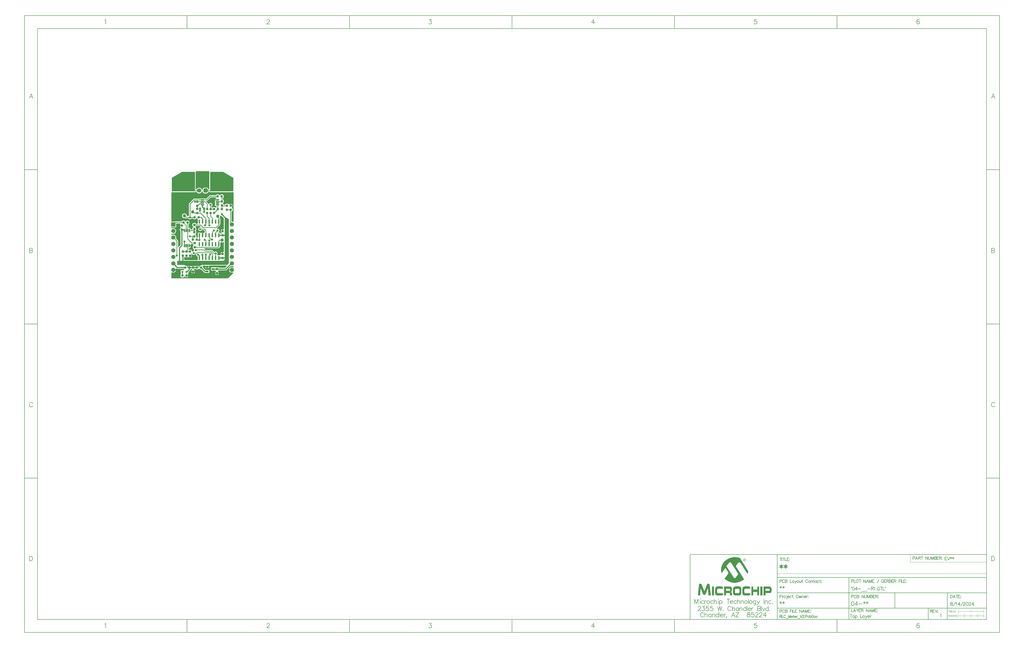
<source format=gtl>
G04*
G04 #@! TF.GenerationSoftware,Altium Limited,Altium Designer,24.4.1 (13)*
G04*
G04 Layer_Physical_Order=1*
G04 Layer_Color=255*
%FSLAX43Y43*%
%MOMM*%
G71*
G04*
G04 #@! TF.SameCoordinates,2DE5EF95-E663-491B-9A70-27DC17531A01*
G04*
G04*
G04 #@! TF.FilePolarity,Positive*
G04*
G01*
G75*
%ADD10C,0.200*%
%ADD12C,0.250*%
%ADD13C,0.178*%
%ADD14C,0.150*%
%ADD15C,0.100*%
%ADD16C,0.127*%
%ADD17C,0.180*%
%ADD18C,0.350*%
G04:AMPARAMS|DCode=19|XSize=0.9mm|YSize=0.8mm|CornerRadius=0.2mm|HoleSize=0mm|Usage=FLASHONLY|Rotation=180.000|XOffset=0mm|YOffset=0mm|HoleType=Round|Shape=RoundedRectangle|*
%AMROUNDEDRECTD19*
21,1,0.900,0.400,0,0,180.0*
21,1,0.500,0.800,0,0,180.0*
1,1,0.400,-0.250,0.200*
1,1,0.400,0.250,0.200*
1,1,0.400,0.250,-0.200*
1,1,0.400,-0.250,-0.200*
%
%ADD19ROUNDEDRECTD19*%
%ADD20C,1.270*%
%ADD21R,0.800X0.800*%
%ADD22R,0.600X1.500*%
G04:AMPARAMS|DCode=23|XSize=0.9mm|YSize=0.8mm|CornerRadius=0.2mm|HoleSize=0mm|Usage=FLASHONLY|Rotation=270.000|XOffset=0mm|YOffset=0mm|HoleType=Round|Shape=RoundedRectangle|*
%AMROUNDEDRECTD23*
21,1,0.900,0.400,0,0,270.0*
21,1,0.500,0.800,0,0,270.0*
1,1,0.400,-0.200,-0.250*
1,1,0.400,-0.200,0.250*
1,1,0.400,0.200,0.250*
1,1,0.400,0.200,-0.250*
%
%ADD23ROUNDEDRECTD23*%
%ADD24R,1.050X0.650*%
%ADD25O,0.450X1.450*%
%ADD26O,1.450X0.450*%
%AMCUSTOMSHAPE39*
4,1,6,-4.394,-3.409,-4.394,-1.143,-4.394,1.905,-0.425,4.216,4.623,4.216,4.623,-3.409,-4.394,-3.409,0.0*%
%ADD39CUSTOMSHAPE39*%

%AMCUSTOMSHAPE40*
4,1,6,4.394,-3.409,4.394,-1.143,4.394,1.905,0.425,4.216,-4.623,4.216,-4.623,-3.409,4.394,-3.409,0.0*%
%ADD40CUSTOMSHAPE40*%

%ADD41C,0.400*%
%ADD42R,1.651X1.651*%
%ADD43C,1.651*%
G04:AMPARAMS|DCode=44|XSize=1.7mm|YSize=1.7mm|CornerRadius=0mm|HoleSize=0mm|Usage=FLASHONLY|Rotation=180.000|XOffset=0mm|YOffset=0mm|HoleType=Round|Shape=Octagon|*
%AMOCTAGOND44*
4,1,8,-0.850,0.425,-0.850,-0.425,-0.425,-0.850,0.425,-0.850,0.850,-0.425,0.850,0.425,0.425,0.850,-0.425,0.850,-0.850,0.425,0.0*
%
%ADD44OCTAGOND44*%

%ADD45C,1.700*%
%ADD46C,0.800*%
G36*
X15283Y42370D02*
X15411Y42160D01*
X15405Y42130D01*
X15405Y35274D01*
X15069Y35274D01*
X15069Y35449D01*
X14494Y36024D01*
X13344Y36024D01*
X12769Y35449D01*
X12769Y35096D01*
X12519Y35063D01*
X12451Y35318D01*
X12299Y35580D01*
X12085Y35794D01*
X11823Y35946D01*
X11531Y36024D01*
X11228Y36024D01*
X10935Y35946D01*
X10673Y35794D01*
X10459Y35580D01*
X10308Y35318D01*
X10296Y35274D01*
X10047Y35274D01*
X10047Y42130D01*
X10042Y42160D01*
X10169Y42370D01*
X10216Y42410D01*
X15236Y42410D01*
X15283Y42370D01*
X15283Y42370D02*
G37*
G36*
X12769Y34653D02*
X12769Y34299D01*
X13344Y33724D01*
X14494Y33724D01*
X15069Y34299D01*
X15069Y34407D01*
X15424Y34407D01*
X15428Y34388D01*
X15494Y34289D01*
X15594Y34223D01*
X15711Y34200D01*
X24728Y34200D01*
X24890Y33977D01*
X24890Y22739D01*
X24640Y22595D01*
X24564Y22639D01*
X24278Y22716D01*
X24069Y22716D01*
X24069Y26690D01*
X24193Y26715D01*
X24358Y26825D01*
X24469Y26991D01*
X24508Y27186D01*
X24508Y27586D01*
X24469Y27781D01*
X24358Y27946D01*
X24193Y28057D01*
X24057Y28084D01*
X24057Y28339D01*
X24173Y28362D01*
X24322Y28461D01*
X24422Y28610D01*
X24457Y28786D01*
X24457Y28836D01*
X23748Y28836D01*
X23748Y28986D01*
X23598Y28986D01*
X23598Y29645D01*
X23498Y29645D01*
X23322Y29610D01*
X23182Y29516D01*
X23173Y29510D01*
X22880Y29521D01*
X22863Y29546D01*
X22698Y29657D01*
X22502Y29696D01*
X22002Y29696D01*
X21807Y29657D01*
X21642Y29546D01*
X21531Y29381D01*
X21521Y29330D01*
X21004Y29330D01*
X20989Y29408D01*
X20879Y29573D01*
X20713Y29683D01*
X20705Y29685D01*
X20705Y29940D01*
X20713Y29941D01*
X20879Y30052D01*
X20989Y30217D01*
X21028Y30412D01*
X21028Y30812D01*
X20989Y31007D01*
X20879Y31173D01*
X20713Y31283D01*
X20701Y31286D01*
X20701Y31968D01*
X20779Y32020D01*
X20890Y32186D01*
X20929Y32381D01*
X20929Y32881D01*
X20890Y33076D01*
X20779Y33241D01*
X20614Y33352D01*
X20419Y33391D01*
X20019Y33391D01*
X19824Y33352D01*
X19659Y33241D01*
X19548Y33076D01*
X19546Y33068D01*
X19292Y33068D01*
X19290Y33076D01*
X19179Y33241D01*
X19014Y33352D01*
X18819Y33391D01*
X18419Y33391D01*
X18224Y33352D01*
X18059Y33241D01*
X17948Y33076D01*
X17946Y33064D01*
X15736Y33064D01*
X15570Y33031D01*
X15430Y32937D01*
X14170Y31678D01*
X13492Y31678D01*
X13400Y31739D01*
X13195Y31780D01*
X12195Y31780D01*
X11990Y31739D01*
X11899Y31678D01*
X11079Y31678D01*
X11073Y31679D01*
X10138Y31679D01*
X10132Y31678D01*
X9422Y31678D01*
X9256Y31645D01*
X9116Y31551D01*
X7556Y29991D01*
X7462Y29850D01*
X7429Y29684D01*
X7429Y24882D01*
X7415Y24868D01*
X6576Y24868D01*
X6574Y24871D01*
X6574Y25117D01*
X6510Y25354D01*
X6387Y25568D01*
X6213Y25742D01*
X6000Y25865D01*
X5762Y25929D01*
X5516Y25929D01*
X5278Y25865D01*
X5065Y25742D01*
X4891Y25568D01*
X4768Y25354D01*
X4704Y25117D01*
X4704Y24871D01*
X4768Y24633D01*
X4891Y24420D01*
X5065Y24245D01*
X5278Y24122D01*
X5516Y24059D01*
X5762Y24059D01*
X5929Y24103D01*
X6032Y24034D01*
X6198Y24001D01*
X7241Y24001D01*
X7302Y23895D01*
X7432Y23765D01*
X7592Y23673D01*
X7770Y23625D01*
X7954Y23625D01*
X8132Y23673D01*
X8292Y23765D01*
X8422Y23895D01*
X8435Y23917D01*
X8974Y23917D01*
X9042Y23816D01*
X9207Y23706D01*
X9402Y23667D01*
X9802Y23667D01*
X9997Y23706D01*
X10163Y23816D01*
X10273Y23982D01*
X10275Y23989D01*
X10529Y23989D01*
X10531Y23982D01*
X10642Y23816D01*
X10807Y23706D01*
X10894Y23688D01*
X10894Y21882D01*
X10208Y21882D01*
X10123Y22009D01*
X9958Y22119D01*
X9763Y22158D01*
X9263Y22158D01*
X9068Y22119D01*
X8903Y22009D01*
X8792Y21843D01*
X8753Y21648D01*
X8753Y21248D01*
X8792Y21053D01*
X8903Y20888D01*
X9068Y20777D01*
X9076Y20776D01*
X9076Y20521D01*
X9068Y20519D01*
X8903Y20409D01*
X8792Y20243D01*
X8753Y20048D01*
X8753Y19648D01*
X8739Y19631D01*
X8102Y19631D01*
X8102Y19723D01*
X8062Y19928D01*
X7945Y20102D01*
X7772Y20218D01*
X7567Y20259D01*
X7350Y20470D01*
X7350Y21670D01*
X7445Y21733D01*
X7555Y21899D01*
X7594Y22094D01*
X7594Y22594D01*
X7555Y22789D01*
X7445Y22954D01*
X7279Y23065D01*
X7084Y23104D01*
X6684Y23104D01*
X6489Y23065D01*
X6324Y22954D01*
X6213Y22789D01*
X6212Y22781D01*
X5957Y22781D01*
X5955Y22789D01*
X5845Y22954D01*
X5679Y23065D01*
X5484Y23104D01*
X5084Y23104D01*
X4889Y23065D01*
X4724Y22954D01*
X4622Y22803D01*
X2049Y22803D01*
X1883Y22770D01*
X1803Y22716D01*
X510Y22716D01*
X510Y34010D01*
X725Y34200D01*
X9742Y34200D01*
X9859Y34223D01*
X9958Y34289D01*
X10024Y34388D01*
X10028Y34407D01*
X10321Y34407D01*
X10459Y34168D01*
X10673Y33954D01*
X10935Y33803D01*
X11228Y33724D01*
X11531Y33724D01*
X11823Y33803D01*
X12085Y33954D01*
X12299Y34168D01*
X12451Y34430D01*
X12519Y34686D01*
X12769Y34653D01*
X12769Y34653D02*
G37*
G36*
X17948Y32186D02*
X18059Y32020D01*
X18120Y31979D01*
X18105Y31828D01*
X18056Y31721D01*
X17910Y31692D01*
X17753Y31587D01*
X17648Y31430D01*
X17641Y31395D01*
X18595Y31395D01*
X18595Y31130D01*
X18095Y31130D01*
X17918Y31095D01*
X17641Y31095D01*
X17648Y31059D01*
X17711Y30965D01*
X17601Y30799D01*
X17560Y30595D01*
X17601Y30390D01*
X17681Y30270D01*
X17601Y30149D01*
X17560Y29945D01*
X17601Y29740D01*
X17681Y29620D01*
X17601Y29499D01*
X17560Y29295D01*
X17601Y29090D01*
X17717Y28916D01*
X17890Y28800D01*
X18095Y28759D01*
X18257Y28759D01*
X18257Y28389D01*
X18054Y28213D01*
X17826Y28216D01*
X17661Y28326D01*
X17466Y28365D01*
X16966Y28365D01*
X16771Y28326D01*
X16605Y28216D01*
X16481Y28216D01*
X16277Y28392D01*
X16277Y28734D01*
X16293Y28743D01*
X16423Y28874D01*
X16515Y29033D01*
X16563Y29211D01*
X16563Y29396D01*
X16515Y29574D01*
X16423Y29733D01*
X16293Y29864D01*
X16133Y29956D01*
X15955Y30003D01*
X15771Y30003D01*
X15593Y29956D01*
X15433Y29864D01*
X15303Y29733D01*
X15211Y29574D01*
X15207Y29558D01*
X14957Y29591D01*
X14957Y29615D01*
X14924Y29780D01*
X14830Y29921D01*
X14170Y30580D01*
X14266Y30811D01*
X14350Y30811D01*
X14516Y30844D01*
X14656Y30938D01*
X15915Y32197D01*
X17946Y32197D01*
X17948Y32186D01*
X17948Y32186D02*
G37*
G36*
X12022Y20700D02*
X12016Y20639D01*
X11840Y20428D01*
X11656Y20428D01*
X11478Y20380D01*
X11318Y20288D01*
X11188Y20157D01*
X11096Y19998D01*
X11048Y19820D01*
X11048Y19635D01*
X11096Y19457D01*
X11188Y19298D01*
X11318Y19167D01*
X11478Y19075D01*
X11656Y19028D01*
X11840Y19028D01*
X12018Y19075D01*
X12178Y19167D01*
X12308Y19298D01*
X12350Y19370D01*
X13347Y19370D01*
X13601Y19116D01*
X13601Y18557D01*
X13434Y18390D01*
X13205Y18340D01*
X12914Y18340D01*
X12914Y17340D01*
X12614Y17340D01*
X12614Y18340D01*
X12323Y18340D01*
X12094Y18390D01*
X11985Y18390D01*
X10894Y18390D01*
X10894Y16638D01*
X10691Y16423D01*
X10436Y16423D01*
X10390Y16457D01*
X10256Y16651D01*
X10253Y16666D01*
X10273Y16765D01*
X10273Y17165D01*
X10234Y17361D01*
X10123Y17526D01*
X9958Y17636D01*
X9950Y17638D01*
X9950Y17893D01*
X9958Y17894D01*
X10123Y18005D01*
X10234Y18170D01*
X10273Y18365D01*
X10273Y18765D01*
X10234Y18961D01*
X10123Y19126D01*
X10123Y19288D01*
X10234Y19453D01*
X10273Y19648D01*
X10273Y20048D01*
X10234Y20243D01*
X10123Y20409D01*
X9958Y20519D01*
X9950Y20521D01*
X9950Y20776D01*
X9958Y20777D01*
X10123Y20888D01*
X10208Y21015D01*
X11708Y21015D01*
X12022Y20700D01*
X12022Y20700D02*
G37*
G36*
X20012Y24892D02*
X20190Y24844D01*
X20262Y24844D01*
X21044Y24062D01*
X21044Y24062D01*
X21044Y19868D01*
X20812Y19662D01*
X20712Y19662D01*
X20712Y19004D01*
X20562Y19004D01*
X20562Y18854D01*
X19853Y18854D01*
X19853Y18804D01*
X19888Y18628D01*
X19988Y18479D01*
X20136Y18380D01*
X20253Y18357D01*
X20253Y18102D01*
X20117Y18075D01*
X19964Y17973D01*
X19893Y17987D01*
X19714Y18059D01*
X19714Y18390D01*
X19025Y18390D01*
X18958Y18640D01*
X19036Y18685D01*
X19166Y18815D01*
X19258Y18975D01*
X19306Y19153D01*
X19306Y19337D01*
X19258Y19515D01*
X19166Y19675D01*
X19036Y19805D01*
X18876Y19897D01*
X18698Y19945D01*
X18514Y19945D01*
X18362Y20139D01*
X18358Y20162D01*
X19421Y21225D01*
X19515Y21365D01*
X19548Y21531D01*
X19548Y21690D01*
X19714Y21690D01*
X19714Y23790D01*
X19548Y23790D01*
X19548Y24151D01*
X19515Y24316D01*
X19495Y24345D01*
X19554Y24447D01*
X19617Y24685D01*
X19617Y24866D01*
X19790Y24967D01*
X19857Y24982D01*
X20012Y24892D01*
X20012Y24892D02*
G37*
G36*
X4062Y21687D02*
X3962Y21538D01*
X3927Y21363D01*
X3927Y21313D01*
X4636Y21313D01*
X4636Y21013D01*
X3927Y21013D01*
X3927Y20963D01*
X3962Y20787D01*
X4062Y20638D01*
X4211Y20539D01*
X4327Y20516D01*
X4327Y20261D01*
X4191Y20234D01*
X4026Y20123D01*
X3915Y19958D01*
X3876Y19763D01*
X3876Y19363D01*
X3915Y19168D01*
X4026Y19002D01*
X4101Y18952D01*
X4101Y13563D01*
X3389Y12851D01*
X3275Y12870D01*
X3139Y12941D01*
X3139Y15074D01*
X3106Y15240D01*
X3012Y15381D01*
X2318Y16075D01*
X2319Y16076D01*
X2395Y16362D01*
X2395Y16658D01*
X2319Y16944D01*
X2171Y17201D01*
X1961Y17411D01*
X1704Y17559D01*
X1418Y17636D01*
X1122Y17636D01*
X836Y17559D01*
X760Y17515D01*
X510Y17659D01*
X510Y17901D01*
X760Y18045D01*
X836Y18001D01*
X1122Y17925D01*
X1418Y17925D01*
X1704Y18001D01*
X1961Y18149D01*
X2171Y18359D01*
X2319Y18616D01*
X2395Y18902D01*
X2395Y19198D01*
X2319Y19484D01*
X2171Y19741D01*
X1961Y19951D01*
X1704Y20099D01*
X1418Y20176D01*
X1122Y20176D01*
X836Y20099D01*
X760Y20055D01*
X510Y20199D01*
X510Y20465D01*
X2395Y20465D01*
X2395Y21936D01*
X3984Y21936D01*
X4062Y21687D01*
X4062Y21687D02*
G37*
G36*
X21044Y14561D02*
X21044Y10978D01*
X20812Y10772D01*
X20712Y10772D01*
X20712Y10114D01*
X20562Y10114D01*
X20562Y9964D01*
X19853Y9964D01*
X19853Y9914D01*
X19888Y9738D01*
X19701Y9569D01*
X18514Y9569D01*
X18514Y9569D01*
X18442Y9578D01*
X18399Y9819D01*
X18430Y9849D01*
X18522Y10009D01*
X18570Y10187D01*
X18570Y10371D01*
X18522Y10549D01*
X18430Y10709D01*
X18299Y10839D01*
X18140Y10931D01*
X17962Y10979D01*
X17777Y10979D01*
X17599Y10931D01*
X17440Y10839D01*
X17364Y10763D01*
X16665Y11461D01*
X16524Y11555D01*
X16359Y11588D01*
X13896Y11588D01*
X13452Y12033D01*
X13448Y12035D01*
X13524Y12285D01*
X18785Y12285D01*
X18951Y12318D01*
X19092Y12412D01*
X19421Y12741D01*
X19506Y12869D01*
X19714Y12869D01*
X19714Y14500D01*
X19964Y14645D01*
X19973Y14640D01*
X20210Y14576D01*
X20456Y14576D01*
X20694Y14640D01*
X20794Y14697D01*
X21044Y14561D01*
X21044Y14561D02*
G37*
G36*
X8331Y13917D02*
X8497Y13884D01*
X8978Y13884D01*
X9055Y13770D01*
X9220Y13659D01*
X9228Y13657D01*
X9228Y13403D01*
X9220Y13401D01*
X9055Y13291D01*
X8944Y13125D01*
X8906Y12930D01*
X8906Y12530D01*
X8944Y12335D01*
X9055Y12170D01*
X9220Y12059D01*
X9246Y12054D01*
X9373Y11776D01*
X9369Y11768D01*
X9321Y11590D01*
X9321Y11406D01*
X9335Y11352D01*
X9183Y11123D01*
X9152Y11106D01*
X9141Y11106D01*
X8963Y11058D01*
X8846Y10991D01*
X8697Y11041D01*
X8596Y11112D01*
X8596Y11185D01*
X8558Y11380D01*
X8447Y11545D01*
X8282Y11656D01*
X8087Y11694D01*
X7587Y11694D01*
X7533Y11684D01*
X7522Y11689D01*
X7340Y11899D01*
X7350Y11950D01*
X7350Y12127D01*
X7567Y12339D01*
X7752Y12376D01*
X7909Y12481D01*
X8014Y12638D01*
X8051Y12823D01*
X8051Y13173D01*
X7567Y13173D01*
X7567Y13473D01*
X8051Y13473D01*
X8051Y13804D01*
X8100Y13850D01*
X8281Y13951D01*
X8331Y13917D01*
X8331Y13917D02*
G37*
G36*
X8580Y10141D02*
X8581Y10136D01*
X8673Y9976D01*
X8804Y9846D01*
X8963Y9754D01*
X9141Y9706D01*
X9326Y9706D01*
X9504Y9754D01*
X9663Y9846D01*
X9738Y9920D01*
X10197Y9920D01*
X10261Y9838D01*
X10261Y9653D01*
X10309Y9475D01*
X10401Y9316D01*
X10531Y9185D01*
X10691Y9093D01*
X10869Y9045D01*
X10894Y9045D01*
X10894Y7646D01*
X5527Y7646D01*
X5527Y8740D01*
X5608Y8794D01*
X5864Y8860D01*
X5927Y8818D01*
X6013Y8761D01*
X6189Y8726D01*
X6289Y8726D01*
X6289Y9385D01*
X6589Y9385D01*
X6589Y8726D01*
X6689Y8726D01*
X6864Y8761D01*
X7013Y8860D01*
X7262Y8860D01*
X7411Y8761D01*
X7587Y8726D01*
X7687Y8726D01*
X7687Y9385D01*
X7837Y9385D01*
X7837Y9535D01*
X8545Y9535D01*
X8545Y9585D01*
X8510Y9760D01*
X8411Y9909D01*
X8336Y9959D01*
X8302Y10038D01*
X8297Y10157D01*
X8318Y10249D01*
X8338Y10257D01*
X8580Y10141D01*
X8580Y10141D02*
G37*
G36*
X22155Y5253D02*
X21578Y4675D01*
X19014Y4675D01*
X18980Y4726D01*
X18814Y4836D01*
X18619Y4875D01*
X18119Y4875D01*
X17924Y4836D01*
X17904Y4823D01*
X17660Y4808D01*
X17660Y4808D01*
X16010Y4808D01*
X16010Y3558D01*
X17660Y3558D01*
X17660Y3558D01*
X17893Y3516D01*
X17924Y3494D01*
X18060Y3467D01*
X18060Y3212D01*
X17944Y3189D01*
X17795Y3090D01*
X17695Y2941D01*
X17661Y2765D01*
X17661Y2715D01*
X18369Y2715D01*
X19078Y2715D01*
X19078Y2765D01*
X19043Y2941D01*
X18944Y3090D01*
X18795Y3189D01*
X18678Y3212D01*
X18678Y3467D01*
X18814Y3494D01*
X18980Y3605D01*
X19014Y3656D01*
X21789Y3656D01*
X21984Y3694D01*
X22150Y3805D01*
X23664Y5319D01*
X23696Y5301D01*
X23982Y5225D01*
X24278Y5225D01*
X24564Y5301D01*
X24640Y5345D01*
X24890Y5201D01*
X24890Y4902D01*
X24640Y4757D01*
X24545Y4812D01*
X24280Y4883D01*
X24280Y3810D01*
X24280Y2737D01*
X24545Y2808D01*
X24742Y2633D01*
X24750Y2611D01*
X22649Y510D01*
X510Y510D01*
X510Y2718D01*
X760Y2863D01*
X855Y2808D01*
X1120Y2737D01*
X1120Y3810D01*
X1270Y3810D01*
X1270Y3960D01*
X2343Y3960D01*
X2272Y4225D01*
X2206Y4339D01*
X2406Y4493D01*
X2499Y4400D01*
X2664Y4290D01*
X2859Y4251D01*
X5355Y4251D01*
X5422Y4150D01*
X5553Y4063D01*
X5586Y3905D01*
X5585Y3786D01*
X5553Y3765D01*
X4203Y3765D01*
X4203Y2365D01*
X4203Y2365D01*
X4233Y2115D01*
X4181Y2037D01*
X4142Y1842D01*
X4142Y1342D01*
X4181Y1147D01*
X4292Y982D01*
X4457Y871D01*
X4652Y832D01*
X5052Y832D01*
X5247Y871D01*
X5413Y982D01*
X5523Y1147D01*
X5550Y1283D01*
X5805Y1283D01*
X5828Y1166D01*
X5928Y1018D01*
X6077Y918D01*
X6252Y883D01*
X6302Y883D01*
X6302Y1592D01*
X6452Y1592D01*
X6452Y1742D01*
X7111Y1742D01*
X7111Y1842D01*
X7076Y2018D01*
X7011Y2115D01*
X7072Y2297D01*
X7122Y2365D01*
X7203Y2365D01*
X7203Y3006D01*
X7943Y3746D01*
X8054Y3912D01*
X8092Y4107D01*
X8322Y4166D01*
X8429Y4165D01*
X8560Y4077D01*
X8696Y4050D01*
X8696Y3795D01*
X8579Y3772D01*
X8431Y3673D01*
X8331Y3524D01*
X8296Y3348D01*
X8296Y3298D01*
X9005Y3298D01*
X9714Y3298D01*
X9714Y3348D01*
X9679Y3524D01*
X9579Y3673D01*
X9431Y3772D01*
X9314Y3795D01*
X9314Y4050D01*
X9450Y4077D01*
X9615Y4188D01*
X9658Y4251D01*
X9939Y4251D01*
X10007Y4150D01*
X10172Y4040D01*
X10367Y4001D01*
X10767Y4001D01*
X10962Y4040D01*
X11128Y4150D01*
X11238Y4316D01*
X11482Y4265D01*
X11560Y4220D01*
X11607Y4150D01*
X11772Y4040D01*
X11967Y4001D01*
X12206Y4001D01*
X13335Y2872D01*
X13500Y2762D01*
X13695Y2723D01*
X13710Y2723D01*
X13710Y2608D01*
X15360Y2608D01*
X15360Y3858D01*
X13791Y3858D01*
X12877Y4772D01*
X12877Y5011D01*
X12838Y5206D01*
X12807Y5253D01*
X12941Y5503D01*
X13760Y5503D01*
X13760Y5283D01*
X14535Y5283D01*
X15310Y5283D01*
X15310Y5503D01*
X22052Y5503D01*
X22155Y5253D01*
X22155Y5253D02*
G37*
G36*
X22975Y23652D02*
X22975Y6443D01*
X22340Y5808D01*
X12409Y5808D01*
X12121Y5521D01*
X11967Y5521D01*
X11772Y5482D01*
X11607Y5371D01*
X11496Y5206D01*
X11457Y5011D01*
X11457Y4857D01*
X11226Y4626D01*
X11226Y5011D01*
X11191Y5187D01*
X11092Y5335D01*
X10943Y5435D01*
X10767Y5470D01*
X10717Y5470D01*
X10717Y4761D01*
X10417Y4761D01*
X10417Y5470D01*
X10367Y5470D01*
X10192Y5435D01*
X10043Y5335D01*
X10000Y5271D01*
X9581Y5271D01*
X9579Y5273D01*
X9431Y5372D01*
X9255Y5407D01*
X9155Y5407D01*
X9155Y4748D01*
X8855Y4748D01*
X8855Y5407D01*
X8755Y5407D01*
X8579Y5372D01*
X8431Y5273D01*
X8429Y5271D01*
X8150Y5271D01*
X8107Y5335D01*
X7958Y5435D01*
X7783Y5470D01*
X7733Y5470D01*
X7733Y4761D01*
X7583Y4761D01*
X7583Y4611D01*
X6924Y4611D01*
X6924Y4588D01*
X6692Y4819D01*
X6692Y5011D01*
X6654Y5206D01*
X6543Y5371D01*
X6378Y5482D01*
X6183Y5521D01*
X5991Y5521D01*
X5703Y5808D01*
X2820Y5808D01*
X2820Y7340D01*
X20849Y7340D01*
X21349Y7840D01*
X21349Y8221D01*
X21349Y24062D01*
X21349Y24062D01*
X21349Y24062D01*
X21349Y24478D01*
X21570Y24596D01*
X22975Y23652D01*
X22975Y23652D02*
G37*
G36*
X224613Y-109042D02*
X224697Y-109070D01*
X224810Y-109112D01*
X224909Y-109169D01*
X224994Y-109267D01*
X225050Y-109408D01*
X225078Y-109578D01*
X225078Y-109606D01*
X225064Y-109662D01*
X225050Y-109761D01*
X225008Y-109860D01*
X224951Y-109973D01*
X224852Y-110058D01*
X224711Y-110128D01*
X224528Y-110156D01*
X224486Y-110156D01*
X224443Y-110142D01*
X224387Y-110128D01*
X224246Y-110086D01*
X224175Y-110043D01*
X224105Y-109987D01*
X224105Y-109973D01*
X224076Y-109959D01*
X224020Y-109874D01*
X223964Y-109747D01*
X223949Y-109662D01*
X223935Y-109578D01*
X223935Y-109564D01*
X223935Y-109535D01*
X223949Y-109493D01*
X223964Y-109451D01*
X224020Y-109324D01*
X224062Y-109253D01*
X224119Y-109197D01*
X224133Y-109183D01*
X224147Y-109169D01*
X224232Y-109112D01*
X224359Y-109056D01*
X224443Y-109028D01*
X224556Y-109028D01*
X224613Y-109042D01*
X224613Y-109042D02*
G37*
G36*
X221001Y-108548D02*
X221113Y-108562D01*
X221255Y-108562D01*
X221396Y-108590D01*
X221720Y-108632D01*
X222073Y-108717D01*
X222426Y-108816D01*
X222778Y-108957D01*
X225939Y-113994D01*
X225939Y-114008D01*
X225939Y-114036D01*
X225925Y-114093D01*
X225925Y-114149D01*
X225911Y-114234D01*
X225897Y-114333D01*
X225854Y-114544D01*
X225854Y-114559D01*
X225840Y-114601D01*
X225826Y-114657D01*
X225812Y-114728D01*
X225784Y-114827D01*
X225756Y-114925D01*
X225685Y-115165D01*
X222934Y-110862D01*
X222919Y-110848D01*
X222905Y-110805D01*
X222849Y-110749D01*
X222792Y-110692D01*
X222722Y-110636D01*
X222637Y-110580D01*
X222553Y-110537D01*
X222440Y-110523D01*
X222397Y-110523D01*
X222355Y-110537D01*
X222299Y-110565D01*
X222228Y-110608D01*
X222143Y-110664D01*
X222073Y-110735D01*
X221988Y-110848D01*
X221071Y-112103D01*
X224302Y-117197D01*
X224288Y-117211D01*
X224232Y-117253D01*
X224147Y-117324D01*
X224034Y-117409D01*
X223879Y-117522D01*
X223695Y-117634D01*
X223498Y-117761D01*
X223258Y-117888D01*
X223004Y-118015D01*
X222708Y-118142D01*
X222412Y-118255D01*
X222073Y-118368D01*
X221720Y-118453D01*
X221353Y-118523D01*
X220972Y-118566D01*
X220563Y-118580D01*
X220464Y-118580D01*
X220352Y-118566D01*
X220196Y-118552D01*
X219999Y-118523D01*
X219773Y-118495D01*
X219533Y-118439D01*
X219251Y-118368D01*
X218969Y-118283D01*
X218658Y-118171D01*
X218334Y-118044D01*
X218009Y-117888D01*
X217685Y-117691D01*
X217360Y-117479D01*
X217050Y-117225D01*
X216739Y-116929D01*
X218108Y-115038D01*
X218122Y-115024D01*
X218136Y-114968D01*
X218165Y-114883D01*
X218179Y-114812D01*
X218193Y-114728D01*
X218193Y-114700D01*
X218179Y-114629D01*
X218136Y-114502D01*
X218052Y-114347D01*
X217036Y-112752D01*
X215526Y-114855D01*
X215526Y-114841D01*
X215512Y-114827D01*
X215498Y-114742D01*
X215470Y-114615D01*
X215441Y-114446D01*
X215399Y-114234D01*
X215371Y-114008D01*
X215357Y-113740D01*
X215343Y-113472D01*
X215343Y-113444D01*
X215343Y-113387D01*
X215357Y-113275D01*
X215371Y-113148D01*
X215385Y-112978D01*
X215413Y-112781D01*
X215470Y-112555D01*
X215526Y-112315D01*
X215597Y-112061D01*
X215695Y-111779D01*
X215822Y-111497D01*
X215949Y-111215D01*
X216119Y-110932D01*
X216316Y-110636D01*
X216542Y-110354D01*
X216796Y-110086D01*
X216810Y-110072D01*
X216866Y-110015D01*
X216951Y-109945D01*
X217078Y-109846D01*
X217233Y-109719D01*
X217417Y-109592D01*
X217628Y-109451D01*
X217868Y-109310D01*
X218136Y-109169D01*
X218433Y-109028D01*
X218757Y-108886D01*
X219096Y-108774D01*
X219463Y-108675D01*
X219858Y-108604D01*
X220267Y-108548D01*
X220704Y-108534D01*
X220902Y-108534D01*
X221001Y-108548D01*
X221001Y-108548D02*
G37*
G36*
X226249Y-120005D02*
X226320Y-120019D01*
X226376Y-120033D01*
X226390Y-120033D01*
X226419Y-120047D01*
X226517Y-120090D01*
X226574Y-120146D01*
X226616Y-120202D01*
X226659Y-120273D01*
X226687Y-120372D01*
X226687Y-120386D01*
X226701Y-120400D01*
X226701Y-120442D01*
X226715Y-120513D01*
X226715Y-120583D01*
X226729Y-120682D01*
X226729Y-120795D01*
X226729Y-120922D01*
X224838Y-120880D01*
X224824Y-120880D01*
X224768Y-120894D01*
X224697Y-120908D01*
X224627Y-120964D01*
X224542Y-121035D01*
X224472Y-121162D01*
X224443Y-121247D01*
X224415Y-121345D01*
X224401Y-121444D01*
X224401Y-121571D01*
X224401Y-121952D01*
X224401Y-121966D01*
X224401Y-121980D01*
X224415Y-122065D01*
X224429Y-122164D01*
X224457Y-122291D01*
X224500Y-122418D01*
X224584Y-122531D01*
X224683Y-122615D01*
X224754Y-122629D01*
X224824Y-122643D01*
X226757Y-122643D01*
X226757Y-122672D01*
X226757Y-122728D01*
X226757Y-122827D01*
X226743Y-122940D01*
X226729Y-123053D01*
X226715Y-123165D01*
X226687Y-123264D01*
X226644Y-123335D01*
X226644Y-123349D01*
X226616Y-123363D01*
X226574Y-123391D01*
X226517Y-123419D01*
X226433Y-123462D01*
X226320Y-123490D01*
X226179Y-123504D01*
X226009Y-123518D01*
X224599Y-123518D01*
X224486Y-123504D01*
X224345Y-123476D01*
X224203Y-123434D01*
X224048Y-123363D01*
X223921Y-123278D01*
X223822Y-123151D01*
X223822Y-123137D01*
X223794Y-123095D01*
X223766Y-123024D01*
X223738Y-122940D01*
X223710Y-122813D01*
X223681Y-122672D01*
X223667Y-122488D01*
X223653Y-122291D01*
X223653Y-121247D01*
X223653Y-121232D01*
X223653Y-121204D01*
X223653Y-121162D01*
X223667Y-121105D01*
X223681Y-120964D01*
X223710Y-120781D01*
X223752Y-120597D01*
X223837Y-120414D01*
X223935Y-120259D01*
X224006Y-120188D01*
X224076Y-120132D01*
X224091Y-120132D01*
X224119Y-120104D01*
X224161Y-120090D01*
X224232Y-120061D01*
X224316Y-120033D01*
X224429Y-120019D01*
X224556Y-119991D01*
X226080Y-119991D01*
X226249Y-120005D01*
X226249Y-120005D02*
G37*
G36*
X230172Y-123490D02*
X229452Y-123490D01*
X229452Y-122178D01*
X227886Y-122178D01*
X227886Y-123490D01*
X227209Y-123490D01*
X227209Y-120033D01*
X227886Y-120033D01*
X227886Y-121247D01*
X229452Y-121247D01*
X229452Y-120033D01*
X230172Y-120033D01*
X230172Y-123490D01*
X230172Y-123490D02*
G37*
G36*
X210475Y-118904D02*
X210545Y-118918D01*
X210630Y-118961D01*
X210700Y-119017D01*
X210771Y-119116D01*
X210842Y-119243D01*
X210870Y-119426D01*
X211335Y-123490D01*
X210461Y-123490D01*
X210221Y-120569D01*
X210207Y-120569D01*
X209318Y-122911D01*
X209318Y-122926D01*
X209290Y-122968D01*
X209247Y-123038D01*
X209191Y-123109D01*
X209120Y-123180D01*
X209036Y-123250D01*
X208937Y-123292D01*
X208810Y-123307D01*
X208753Y-123307D01*
X208683Y-123278D01*
X208598Y-123250D01*
X208499Y-123208D01*
X208415Y-123137D01*
X208344Y-123038D01*
X208274Y-122911D01*
X207385Y-120612D01*
X207371Y-120612D01*
X207117Y-123490D01*
X206270Y-123490D01*
X206707Y-119384D01*
X206707Y-119356D01*
X206722Y-119299D01*
X206750Y-119229D01*
X206792Y-119130D01*
X206849Y-119045D01*
X206933Y-118961D01*
X207046Y-118904D01*
X207173Y-118890D01*
X207244Y-118890D01*
X207328Y-118918D01*
X207427Y-118947D01*
X207526Y-119003D01*
X207639Y-119088D01*
X207723Y-119201D01*
X207808Y-119356D01*
X208796Y-121867D01*
X208810Y-121867D01*
X209797Y-119356D01*
X209812Y-119342D01*
X209826Y-119285D01*
X209882Y-119215D01*
X209939Y-119116D01*
X210023Y-119031D01*
X210136Y-118961D01*
X210263Y-118904D01*
X210418Y-118890D01*
X210432Y-118890D01*
X210475Y-118904D01*
X210475Y-118904D02*
G37*
G36*
X234306Y-120047D02*
X234419Y-120061D01*
X234546Y-120104D01*
X234687Y-120174D01*
X234814Y-120273D01*
X234927Y-120414D01*
X235011Y-120612D01*
X235011Y-120626D01*
X235026Y-120654D01*
X235026Y-120710D01*
X235040Y-120781D01*
X235054Y-120866D01*
X235054Y-120964D01*
X235068Y-121091D01*
X235068Y-121218D01*
X235068Y-121486D01*
X235068Y-121515D01*
X235068Y-121585D01*
X235054Y-121698D01*
X235040Y-121825D01*
X235011Y-121980D01*
X234983Y-122135D01*
X234927Y-122262D01*
X234856Y-122389D01*
X234856Y-122404D01*
X234828Y-122418D01*
X234786Y-122460D01*
X234743Y-122502D01*
X234673Y-122545D01*
X234588Y-122573D01*
X234504Y-122601D01*
X234391Y-122615D01*
X232669Y-122615D01*
X232669Y-123490D01*
X231964Y-123490D01*
X231964Y-120033D01*
X234235Y-120033D01*
X234306Y-120047D01*
X234306Y-120047D02*
G37*
G36*
X231498Y-123490D02*
X230680Y-123490D01*
X230680Y-120033D01*
X231498Y-120033D01*
X231498Y-123490D01*
X231498Y-123490D02*
G37*
G36*
X218997Y-120047D02*
X219110Y-120090D01*
X219237Y-120160D01*
X219293Y-120217D01*
X219364Y-120287D01*
X219420Y-120372D01*
X219463Y-120470D01*
X219519Y-120583D01*
X219547Y-120724D01*
X219561Y-120880D01*
X219575Y-121063D01*
X219575Y-121275D01*
X219575Y-121289D01*
X219575Y-121303D01*
X219575Y-121388D01*
X219561Y-121515D01*
X219533Y-121656D01*
X219477Y-121797D01*
X219406Y-121938D01*
X219307Y-122051D01*
X219180Y-122135D01*
X219180Y-122150D01*
X219195Y-122150D01*
X219237Y-122178D01*
X219307Y-122220D01*
X219378Y-122291D01*
X219448Y-122389D01*
X219519Y-122516D01*
X219561Y-122686D01*
X219575Y-122911D01*
X219575Y-123490D01*
X218842Y-123490D01*
X218842Y-123081D01*
X218842Y-123067D01*
X218842Y-123038D01*
X218842Y-122982D01*
X218842Y-122926D01*
X218828Y-122813D01*
X218828Y-122756D01*
X218814Y-122714D01*
X218799Y-122700D01*
X218757Y-122643D01*
X218687Y-122601D01*
X218560Y-122587D01*
X217276Y-122587D01*
X217276Y-123490D01*
X216542Y-123490D01*
X216542Y-120033D01*
X218912Y-120033D01*
X218997Y-120047D01*
X218997Y-120047D02*
G37*
G36*
X212577Y-123490D02*
X211773Y-123490D01*
X211773Y-120033D01*
X212577Y-120033D01*
X212577Y-123490D01*
X212577Y-123490D02*
G37*
G36*
X222426Y-120005D02*
X222553Y-120033D01*
X222680Y-120061D01*
X222821Y-120118D01*
X222934Y-120202D01*
X223032Y-120301D01*
X223046Y-120315D01*
X223075Y-120358D01*
X223103Y-120428D01*
X223145Y-120527D01*
X223188Y-120668D01*
X223230Y-120823D01*
X223244Y-121007D01*
X223258Y-121232D01*
X223258Y-122277D01*
X223258Y-122291D01*
X223258Y-122319D01*
X223258Y-122361D01*
X223244Y-122432D01*
X223230Y-122587D01*
X223202Y-122784D01*
X223131Y-122982D01*
X223046Y-123180D01*
X222919Y-123335D01*
X222835Y-123405D01*
X222750Y-123448D01*
X222736Y-123448D01*
X222708Y-123462D01*
X222665Y-123476D01*
X222609Y-123476D01*
X222538Y-123490D01*
X222454Y-123504D01*
X222228Y-123518D01*
X220958Y-123518D01*
X220845Y-123504D01*
X220718Y-123476D01*
X220577Y-123434D01*
X220436Y-123377D01*
X220309Y-123292D01*
X220196Y-123180D01*
X220182Y-123165D01*
X220168Y-123123D01*
X220140Y-123053D01*
X220112Y-122954D01*
X220069Y-122841D01*
X220041Y-122686D01*
X220027Y-122488D01*
X220013Y-122277D01*
X220013Y-121232D01*
X220013Y-121218D01*
X220013Y-121190D01*
X220013Y-121134D01*
X220027Y-121063D01*
X220041Y-120894D01*
X220083Y-120696D01*
X220154Y-120485D01*
X220267Y-120301D01*
X220337Y-120217D01*
X220408Y-120146D01*
X220507Y-120090D01*
X220605Y-120047D01*
X220620Y-120047D01*
X220634Y-120033D01*
X220676Y-120033D01*
X220732Y-120019D01*
X220874Y-120005D01*
X221057Y-119991D01*
X222327Y-119991D01*
X222426Y-120005D01*
X222426Y-120005D02*
G37*
G36*
X215357Y-120005D02*
X215526Y-120005D01*
X215681Y-120019D01*
X215808Y-120047D01*
X215851Y-120061D01*
X215879Y-120075D01*
X215893Y-120075D01*
X215907Y-120104D01*
X215935Y-120146D01*
X215977Y-120217D01*
X216020Y-120315D01*
X216048Y-120456D01*
X216062Y-120640D01*
X216076Y-120880D01*
X214171Y-120880D01*
X214087Y-120894D01*
X213988Y-120936D01*
X213889Y-121021D01*
X213875Y-121049D01*
X213861Y-121077D01*
X213833Y-121134D01*
X213819Y-121204D01*
X213790Y-121303D01*
X213776Y-121430D01*
X213776Y-121571D01*
X213776Y-121952D01*
X213776Y-121966D01*
X213776Y-122023D01*
X213776Y-122093D01*
X213790Y-122164D01*
X213805Y-122347D01*
X213819Y-122418D01*
X213833Y-122474D01*
X213847Y-122502D01*
X213903Y-122559D01*
X213960Y-122587D01*
X214016Y-122615D01*
X214101Y-122629D01*
X214186Y-122643D01*
X216119Y-122643D01*
X216119Y-122672D01*
X216119Y-122728D01*
X216119Y-122813D01*
X216104Y-122911D01*
X216076Y-123137D01*
X216048Y-123236D01*
X216020Y-123307D01*
X216020Y-123321D01*
X215992Y-123335D01*
X215949Y-123377D01*
X215893Y-123405D01*
X215794Y-123448D01*
X215681Y-123490D01*
X215540Y-123504D01*
X215371Y-123518D01*
X213974Y-123518D01*
X213875Y-123504D01*
X213748Y-123476D01*
X213607Y-123448D01*
X213466Y-123405D01*
X213339Y-123335D01*
X213240Y-123236D01*
X213226Y-123222D01*
X213212Y-123180D01*
X213170Y-123109D01*
X213127Y-123010D01*
X213085Y-122883D01*
X213057Y-122714D01*
X213029Y-122516D01*
X213014Y-122277D01*
X213014Y-121232D01*
X213014Y-121218D01*
X213014Y-121190D01*
X213014Y-121134D01*
X213029Y-121063D01*
X213057Y-120880D01*
X213099Y-120668D01*
X213184Y-120456D01*
X213311Y-120259D01*
X213395Y-120174D01*
X213494Y-120104D01*
X213593Y-120047D01*
X213720Y-120019D01*
X213748Y-120019D01*
X213819Y-120005D01*
X213932Y-119991D01*
X215187Y-119991D01*
X215357Y-120005D01*
X215357Y-120005D02*
G37*
%LPC*%
G36*
X23998Y29645D02*
X23898Y29645D01*
X23898Y29136D01*
X24457Y29136D01*
X24457Y29186D01*
X24422Y29361D01*
X24322Y29510D01*
X24173Y29610D01*
X23998Y29645D01*
X23998Y29645D02*
G37*
G36*
X20412Y19662D02*
X20312Y19662D01*
X20136Y19628D01*
X19988Y19528D01*
X19888Y19379D01*
X19853Y19204D01*
X19853Y19154D01*
X20412Y19154D01*
X20412Y19662D01*
X20412Y19662D02*
G37*
G36*
X20412Y10772D02*
X20312Y10772D01*
X20136Y10738D01*
X19988Y10638D01*
X19888Y10489D01*
X19853Y10314D01*
X19853Y10264D01*
X20412Y10264D01*
X20412Y10772D01*
X20412Y10772D02*
G37*
G36*
X8545Y9235D02*
X7987Y9235D01*
X7987Y8726D01*
X8087Y8726D01*
X8262Y8761D01*
X8411Y8860D01*
X8510Y9009D01*
X8545Y9185D01*
X8545Y9235D01*
X8545Y9235D02*
G37*
G36*
X15310Y4983D02*
X14685Y4983D01*
X14685Y4558D01*
X15310Y4558D01*
X15310Y4983D01*
X15310Y4983D02*
G37*
G36*
X14385Y4983D02*
X13760Y4983D01*
X13760Y4558D01*
X14385Y4558D01*
X14385Y4983D01*
X14385Y4983D02*
G37*
G36*
X23980Y4883D02*
X23715Y4812D01*
X23470Y4671D01*
X23269Y4470D01*
X23128Y4225D01*
X23057Y3960D01*
X23980Y3960D01*
X23980Y4883D01*
X23980Y4883D02*
G37*
G36*
X23980Y3660D02*
X23057Y3660D01*
X23128Y3395D01*
X23269Y3150D01*
X23470Y2949D01*
X23715Y2808D01*
X23980Y2737D01*
X23980Y3660D01*
X23980Y3660D02*
G37*
G36*
X2343Y3660D02*
X1420Y3660D01*
X1420Y2737D01*
X1685Y2808D01*
X1930Y2949D01*
X2131Y3150D01*
X2272Y3395D01*
X2343Y3660D01*
X2343Y3660D02*
G37*
G36*
X9714Y2998D02*
X9155Y2998D01*
X9155Y2489D01*
X9255Y2489D01*
X9431Y2524D01*
X9579Y2624D01*
X9679Y2773D01*
X9714Y2948D01*
X9714Y2998D01*
X9714Y2998D02*
G37*
G36*
X8855Y2998D02*
X8296Y2998D01*
X8296Y2948D01*
X8331Y2773D01*
X8431Y2624D01*
X8579Y2524D01*
X8755Y2489D01*
X8855Y2489D01*
X8855Y2998D01*
X8855Y2998D02*
G37*
G36*
X19078Y2415D02*
X18519Y2415D01*
X18519Y1907D01*
X18619Y1907D01*
X18795Y1942D01*
X18944Y2041D01*
X19043Y2190D01*
X19078Y2365D01*
X19078Y2415D01*
X19078Y2415D02*
G37*
G36*
X18219Y2415D02*
X17661Y2415D01*
X17661Y2365D01*
X17695Y2190D01*
X17795Y2041D01*
X17944Y1942D01*
X18119Y1907D01*
X18219Y1907D01*
X18219Y2415D01*
X18219Y2415D02*
G37*
G36*
X7111Y1442D02*
X6602Y1442D01*
X6602Y883D01*
X6652Y883D01*
X6828Y918D01*
X6977Y1018D01*
X7076Y1166D01*
X7111Y1342D01*
X7111Y1442D01*
X7111Y1442D02*
G37*
G36*
X7433Y5470D02*
X7383Y5470D01*
X7207Y5435D01*
X7058Y5335D01*
X6959Y5187D01*
X6924Y5011D01*
X6924Y4911D01*
X7433Y4911D01*
X7433Y5470D01*
X7433Y5470D02*
G37*
G36*
X224528Y-109126D02*
X224457Y-109126D01*
X224373Y-109155D01*
X224288Y-109183D01*
X224189Y-109239D01*
X224119Y-109310D01*
X224062Y-109423D01*
X224034Y-109578D01*
X224034Y-109592D01*
X224034Y-109606D01*
X224048Y-109691D01*
X224091Y-109804D01*
X224175Y-109931D01*
X224203Y-109959D01*
X224274Y-110001D01*
X224387Y-110043D01*
X224528Y-110072D01*
X224542Y-110072D01*
X224599Y-110058D01*
X224669Y-110043D01*
X224768Y-110015D01*
X224852Y-109945D01*
X224923Y-109860D01*
X224979Y-109747D01*
X224994Y-109578D01*
X224994Y-109564D01*
X224994Y-109507D01*
X224965Y-109437D01*
X224937Y-109352D01*
X224881Y-109267D01*
X224796Y-109197D01*
X224683Y-109140D01*
X224528Y-109126D01*
X224528Y-109126D02*
G37*
%LPD*%
G36*
X224655Y-109282D02*
X224726Y-109338D01*
X224754Y-109380D01*
X224768Y-109451D01*
X224768Y-109465D01*
X224768Y-109479D01*
X224754Y-109550D01*
X224697Y-109606D01*
X224655Y-109634D01*
X224599Y-109648D01*
X224782Y-109931D01*
X224669Y-109931D01*
X224500Y-109648D01*
X224387Y-109648D01*
X224387Y-109931D01*
X224288Y-109931D01*
X224288Y-109253D01*
X224570Y-109253D01*
X224655Y-109282D01*
X224655Y-109282D02*
G37*
%LPC*%
G36*
X224556Y-109352D02*
X224387Y-109352D01*
X224387Y-109564D01*
X224570Y-109564D01*
X224613Y-109550D01*
X224641Y-109521D01*
X224655Y-109451D01*
X224655Y-109437D01*
X224641Y-109394D01*
X224613Y-109366D01*
X224556Y-109352D01*
X224556Y-109352D02*
G37*
G36*
X218870Y-110509D02*
X218828Y-110509D01*
X218771Y-110523D01*
X218715Y-110551D01*
X218644Y-110594D01*
X218560Y-110650D01*
X218475Y-110721D01*
X218390Y-110834D01*
X217501Y-112089D01*
X220196Y-116365D01*
X220210Y-116379D01*
X220239Y-116421D01*
X220281Y-116492D01*
X220337Y-116548D01*
X220408Y-116619D01*
X220493Y-116689D01*
X220563Y-116731D01*
X220648Y-116746D01*
X220690Y-116746D01*
X220747Y-116731D01*
X220803Y-116703D01*
X220874Y-116675D01*
X220958Y-116633D01*
X221043Y-116562D01*
X221113Y-116463D01*
X222059Y-115109D01*
X219350Y-110848D01*
X219336Y-110834D01*
X219307Y-110791D01*
X219265Y-110735D01*
X219209Y-110678D01*
X219138Y-110622D01*
X219053Y-110565D01*
X218969Y-110523D01*
X218870Y-110509D01*
X218870Y-110509D02*
G37*
G36*
X234038Y-120866D02*
X232669Y-120866D01*
X232669Y-121740D01*
X234123Y-121740D01*
X234151Y-121726D01*
X234193Y-121698D01*
X234235Y-121656D01*
X234278Y-121585D01*
X234292Y-121501D01*
X234306Y-121388D01*
X234306Y-121247D01*
X234306Y-121232D01*
X234306Y-121190D01*
X234292Y-121120D01*
X234278Y-121049D01*
X234235Y-120993D01*
X234193Y-120922D01*
X234123Y-120880D01*
X234038Y-120866D01*
X234038Y-120866D02*
G37*
G36*
X218531Y-120866D02*
X217276Y-120866D01*
X217276Y-121726D01*
X218644Y-121726D01*
X218687Y-121712D01*
X218743Y-121684D01*
X218799Y-121642D01*
X218842Y-121571D01*
X218870Y-121486D01*
X218884Y-121359D01*
X218884Y-121247D01*
X218884Y-121232D01*
X218884Y-121190D01*
X218870Y-121120D01*
X218842Y-121049D01*
X218799Y-120993D01*
X218729Y-120922D01*
X218644Y-120880D01*
X218531Y-120866D01*
X218531Y-120866D02*
G37*
G36*
X222129Y-120866D02*
X221170Y-120866D01*
X221085Y-120880D01*
X220972Y-120936D01*
X220916Y-120964D01*
X220874Y-121021D01*
X220859Y-121049D01*
X220845Y-121091D01*
X220817Y-121148D01*
X220803Y-121218D01*
X220775Y-121317D01*
X220761Y-121430D01*
X220761Y-121571D01*
X220761Y-121952D01*
X220761Y-121966D01*
X220761Y-122023D01*
X220761Y-122079D01*
X220775Y-122164D01*
X220789Y-122347D01*
X220803Y-122432D01*
X220831Y-122502D01*
X220845Y-122531D01*
X220902Y-122573D01*
X221001Y-122615D01*
X221071Y-122643D01*
X222101Y-122643D01*
X222158Y-122629D01*
X222228Y-122601D01*
X222313Y-122559D01*
X222397Y-122474D01*
X222468Y-122347D01*
X222496Y-122277D01*
X222524Y-122178D01*
X222538Y-122079D01*
X222538Y-121952D01*
X222538Y-121571D01*
X222538Y-121557D01*
X222538Y-121501D01*
X222538Y-121444D01*
X222524Y-121359D01*
X222482Y-121176D01*
X222440Y-121091D01*
X222397Y-121021D01*
X222397Y-121007D01*
X222369Y-120993D01*
X222299Y-120936D01*
X222200Y-120894D01*
X222129Y-120866D01*
X222129Y-120866D02*
G37*
%LPD*%
D10*
X303544Y-108490D02*
X302770Y-108490D01*
X302770Y-109740D01*
X303544Y-109740D01*
X302770Y-109085D02*
X303246Y-109085D01*
X303752Y-108490D02*
X304228Y-109740D01*
X304704Y-108490D02*
X304228Y-109740D01*
X305162Y-108490D02*
X305162Y-109204D01*
X304865Y-108669D02*
X305460Y-109026D01*
X305460Y-108669D02*
X304865Y-109026D01*
X306013Y-108490D02*
X306013Y-109204D01*
X305716Y-108669D02*
X306311Y-109026D01*
X306311Y-108669D02*
X305716Y-109026D01*
D12*
X10610Y15545D02*
X11430Y15545D01*
X10491Y15664D02*
X10610Y15545D01*
X11405Y17250D02*
X11430Y17225D01*
X11430Y15545D02*
X11430Y17225D01*
X11405Y17250D02*
X11494Y17340D01*
X23635Y22404D02*
X24130Y21910D01*
X24130Y21590D02*
X24130Y21910D01*
X23635Y22404D02*
X23635Y27273D01*
X16955Y34841D02*
X20359Y38244D01*
X7752Y24435D02*
X7862Y24325D01*
X6198Y24435D02*
X7752Y24435D01*
X5639Y24994D02*
X6198Y24435D01*
X17844Y8519D02*
X17844Y10253D01*
X17870Y10279D01*
X16359Y11155D02*
X17235Y10279D01*
X17870Y10279D01*
X11748Y19728D02*
X11824Y19804D01*
X13526Y19804D02*
X14034Y19296D01*
X11824Y19804D02*
X13526Y19804D01*
X9640Y12755D02*
X9677Y12719D01*
X18785Y12719D02*
X19114Y13047D01*
X9677Y12719D02*
X18785Y12719D01*
X10021Y11498D02*
X10170Y11498D01*
X10398Y11727D02*
X13145Y11727D01*
X10170Y11498D02*
X10398Y11727D01*
X6917Y19223D02*
X6917Y22311D01*
X9602Y14317D02*
X9640Y14355D01*
X6917Y15897D02*
X8497Y14317D01*
X6917Y15897D02*
X6917Y19223D01*
X8497Y14317D02*
X9602Y14317D01*
X13145Y11727D02*
X13717Y11155D01*
X19114Y13919D02*
X19114Y15181D01*
X19114Y13047D02*
X19114Y13919D01*
X13717Y11155D02*
X16359Y11155D01*
X10473Y10353D02*
X10741Y10622D01*
X16134Y10622D02*
X16549Y10207D01*
X9286Y10353D02*
X10473Y10353D01*
X16549Y9111D02*
X16549Y10207D01*
X9234Y10406D02*
X9286Y10353D01*
X10741Y10622D02*
X16134Y10622D01*
X15304Y9466D02*
X15685Y9847D01*
X15304Y8519D02*
X15304Y9466D01*
X13970Y9771D02*
X14002Y9739D01*
X14002Y8551D02*
X14034Y8519D01*
X14002Y8551D02*
X14002Y9739D01*
X11240Y9644D02*
X11516Y9368D01*
X10961Y9745D02*
X11063Y9644D01*
X11240Y9644D01*
X5119Y37762D02*
X5525Y37685D01*
X16342Y15743D02*
X16447Y15638D01*
X16037Y15743D02*
X16342Y15743D01*
X15330Y16451D02*
X16037Y15743D01*
X13970Y34841D02*
X16955Y34841D01*
X5525Y37685D02*
X8370Y34841D01*
X11354Y34841D01*
X2706Y9441D02*
X2706Y15074D01*
X1270Y16510D02*
X2706Y15074D01*
X7792Y16965D02*
X8863Y16965D01*
X7735Y16908D02*
X7792Y16965D01*
X15330Y16451D02*
X15330Y17315D01*
X7887Y24350D02*
X9526Y24350D01*
X9602Y24427D01*
X7862Y24325D02*
X7862Y29684D01*
X7862Y24325D02*
X7887Y24350D01*
X7862Y29684D02*
X9422Y31245D01*
X20383Y28897D02*
X22164Y28897D01*
X20268Y29012D02*
X20383Y28897D01*
X22164Y28897D02*
X22252Y28986D01*
X20244Y27602D02*
X20244Y28989D01*
X20268Y29012D01*
X5617Y13323D02*
X5617Y14866D01*
X5652Y14902D01*
X15844Y27655D02*
X17216Y27655D01*
X23635Y27273D02*
X23748Y27386D01*
X23635Y27386D02*
X23748Y27386D01*
X22252Y27386D02*
X23635Y27386D01*
X6439Y10985D02*
X6439Y11472D01*
X6917Y11950D02*
X6917Y13323D01*
X6439Y11472D02*
X6917Y11950D01*
X8863Y15666D02*
X8891Y15638D01*
X8863Y15666D02*
X8863Y16965D01*
X9513Y16965D01*
X8993Y26509D02*
X9439Y26064D01*
X11915Y26064D01*
X8878Y26509D02*
X8993Y26509D01*
X2049Y22369D02*
X5259Y22369D01*
X1270Y21590D02*
X2049Y22369D01*
X5259Y22369D02*
X5284Y22344D01*
X6267Y19223D02*
X6267Y21292D01*
X5244Y22316D02*
X6267Y21292D01*
X6884Y22344D02*
X6917Y22311D01*
X6419Y10965D02*
X6439Y10985D01*
X5639Y13301D02*
X6245Y13301D01*
X6267Y13323D01*
X5617Y13323D02*
X5639Y13301D01*
X14034Y13919D02*
X14034Y15143D01*
X15304Y15308D02*
X15340Y15344D01*
X15304Y13919D02*
X15304Y15308D01*
X16486Y9048D02*
X16549Y9111D01*
X17844Y17340D02*
X17844Y18483D01*
X16574Y17340D02*
X16574Y18686D01*
X14034Y17340D02*
X14034Y19296D01*
X16574Y18686D02*
X17133Y19245D01*
X14034Y21633D02*
X14034Y22740D01*
X15304Y22740D02*
X15304Y23190D01*
X15304Y21328D02*
X15380Y21252D01*
X15304Y21328D02*
X15304Y22740D01*
X17844Y18483D02*
X18606Y19245D01*
X5061Y10965D02*
X6419Y10965D01*
X1270Y11054D02*
X1270Y11430D01*
X11494Y8519D02*
X11516Y8541D01*
X11516Y9368D01*
X13615Y15562D02*
X14034Y15143D01*
X16486Y8607D02*
X16574Y8519D01*
X16486Y8607D02*
X16486Y9048D01*
X6439Y10985D02*
X7837Y10985D01*
X19444Y15511D02*
X20333Y15511D01*
X19114Y15181D02*
X19444Y15511D01*
X7506Y19198D02*
X9513Y19198D01*
X9513Y18565D02*
X9513Y19198D01*
X9513Y19848D01*
X4852Y1592D02*
X4852Y3014D01*
X4903Y3065D01*
X12894Y20442D02*
X18025Y20442D01*
X19114Y21531D01*
X11887Y21448D02*
X12894Y20442D01*
X13653Y21252D02*
X14034Y21633D01*
X9552Y21448D02*
X11887Y21448D01*
X16574Y22740D02*
X16574Y24071D01*
X14034Y22740D02*
X14034Y23944D01*
X15304Y23190D02*
X15304Y23995D01*
X19114Y21531D02*
X19114Y24151D01*
X12764Y22740D02*
X12764Y23842D01*
X18809Y24455D02*
X19114Y24151D01*
X18809Y24455D02*
X18809Y24731D01*
X14523Y24776D02*
X15304Y23995D01*
X14523Y24776D02*
X14523Y26208D01*
X10605Y27664D02*
X10605Y28921D01*
X12695Y30595D02*
X13543Y30595D01*
X10743Y30595D02*
X12695Y30595D01*
X9755Y30470D02*
X9769Y30470D01*
X9821Y30521D01*
X10605Y30521D01*
X15844Y29284D02*
X15863Y29303D01*
X15844Y27808D02*
X15844Y29284D01*
X11074Y31245D02*
X12695Y31245D01*
X11073Y31246D02*
X11074Y31245D01*
X12695Y31245D02*
X14350Y31245D01*
X9422Y31245D02*
X10137Y31245D01*
X10138Y31246D02*
X11073Y31246D01*
X10137Y31245D02*
X10138Y31246D01*
X11915Y26064D02*
X14034Y23944D01*
X10707Y28910D02*
X10831Y28910D01*
X11866Y29945D01*
X12695Y29945D01*
X15736Y32631D02*
X18619Y32631D01*
X14350Y31245D02*
X15736Y32631D01*
X15863Y24782D02*
X16574Y24071D01*
X15863Y24782D02*
X15863Y26189D01*
X15844Y26208D02*
X15863Y26189D01*
X11202Y24427D02*
X12180Y24427D01*
X12764Y23842D01*
X20250Y30595D02*
X20268Y30612D01*
X18595Y30595D02*
X20250Y30595D01*
X17195Y26053D02*
X18670Y27528D01*
X18595Y29295D02*
X18691Y29199D01*
X18691Y27756D02*
X18691Y29199D01*
X18595Y29295D02*
X18595Y29945D01*
X13543Y30595D02*
X14523Y29615D01*
X14523Y27808D02*
X14523Y29615D01*
X20268Y30612D02*
X20268Y32506D01*
X18670Y27528D02*
X18670Y27602D01*
D13*
X300948Y-131051D02*
X301067Y-130991D01*
X301245Y-130813D01*
X301245Y-132062D01*
X238651Y-119890D02*
X238651Y-120804D01*
X238270Y-120119D02*
X239032Y-120576D01*
X239032Y-120119D02*
X238270Y-120576D01*
X239740Y-119890D02*
X239740Y-120804D01*
X239359Y-120119D02*
X240121Y-120576D01*
X240121Y-120119D02*
X239359Y-120576D01*
X208540Y-130636D02*
X208455Y-130466D01*
X208286Y-130297D01*
X208117Y-130212D01*
X207778Y-130212D01*
X207609Y-130297D01*
X207439Y-130466D01*
X207355Y-130636D01*
X207270Y-130890D01*
X207270Y-131313D01*
X207355Y-131567D01*
X207439Y-131736D01*
X207609Y-131905D01*
X207778Y-131990D01*
X208117Y-131990D01*
X208286Y-131905D01*
X208455Y-131736D01*
X208540Y-131567D01*
X209039Y-130212D02*
X209039Y-131990D01*
X209039Y-131143D02*
X209293Y-130890D01*
X209462Y-130805D01*
X209716Y-130805D01*
X209886Y-130890D01*
X209970Y-131143D01*
X209970Y-131990D01*
X211452Y-130805D02*
X211452Y-131990D01*
X211452Y-131059D02*
X211282Y-130890D01*
X211113Y-130805D01*
X210859Y-130805D01*
X210690Y-130890D01*
X210521Y-131059D01*
X210436Y-131313D01*
X210436Y-131482D01*
X210521Y-131736D01*
X210690Y-131905D01*
X210859Y-131990D01*
X211113Y-131990D01*
X211282Y-131905D01*
X211452Y-131736D01*
X211926Y-130805D02*
X211926Y-131990D01*
X211926Y-131143D02*
X212180Y-130890D01*
X212349Y-130805D01*
X212603Y-130805D01*
X212772Y-130890D01*
X212857Y-131143D01*
X212857Y-131990D01*
X214338Y-130212D02*
X214338Y-131990D01*
X214338Y-131059D02*
X214169Y-130890D01*
X214000Y-130805D01*
X213746Y-130805D01*
X213576Y-130890D01*
X213407Y-131059D01*
X213322Y-131313D01*
X213322Y-131482D01*
X213407Y-131736D01*
X213576Y-131905D01*
X213746Y-131990D01*
X214000Y-131990D01*
X214169Y-131905D01*
X214338Y-131736D01*
X214812Y-130212D02*
X214812Y-131990D01*
X215185Y-131313D02*
X216200Y-131313D01*
X216200Y-131143D01*
X216116Y-130974D01*
X216031Y-130890D01*
X215862Y-130805D01*
X215608Y-130805D01*
X215439Y-130890D01*
X215269Y-131059D01*
X215185Y-131313D01*
X215185Y-131482D01*
X215269Y-131736D01*
X215439Y-131905D01*
X215608Y-131990D01*
X215862Y-131990D01*
X216031Y-131905D01*
X216200Y-131736D01*
X216581Y-130805D02*
X216581Y-131990D01*
X216581Y-131313D02*
X216666Y-131059D01*
X216835Y-130890D01*
X217005Y-130805D01*
X217259Y-130805D01*
X217589Y-131905D02*
X217504Y-131990D01*
X217419Y-131905D01*
X217504Y-131821D01*
X217589Y-131905D01*
X217589Y-132075D01*
X217504Y-132244D01*
X217419Y-132329D01*
X220729Y-131990D02*
X220052Y-130212D01*
X219375Y-131990D01*
X219629Y-131397D02*
X220475Y-131397D01*
X222329Y-130212D02*
X221144Y-131990D01*
X221144Y-130212D02*
X222329Y-130212D01*
X221144Y-131990D02*
X222329Y-131990D01*
X225943Y-130212D02*
X225690Y-130297D01*
X225605Y-130466D01*
X225605Y-130636D01*
X225690Y-130805D01*
X225859Y-130890D01*
X226197Y-130974D01*
X226451Y-131059D01*
X226621Y-131228D01*
X226705Y-131397D01*
X226705Y-131651D01*
X226621Y-131821D01*
X226536Y-131905D01*
X226282Y-131990D01*
X225943Y-131990D01*
X225690Y-131905D01*
X225605Y-131821D01*
X225520Y-131651D01*
X225520Y-131397D01*
X225605Y-131228D01*
X225774Y-131059D01*
X226028Y-130974D01*
X226367Y-130890D01*
X226536Y-130805D01*
X226621Y-130636D01*
X226621Y-130466D01*
X226536Y-130297D01*
X226282Y-130212D01*
X225943Y-130212D01*
X228119Y-130212D02*
X227272Y-130212D01*
X227188Y-130974D01*
X227272Y-130890D01*
X227526Y-130805D01*
X227780Y-130805D01*
X228034Y-130890D01*
X228204Y-131059D01*
X228288Y-131313D01*
X228288Y-131482D01*
X228204Y-131736D01*
X228034Y-131905D01*
X227780Y-131990D01*
X227526Y-131990D01*
X227272Y-131905D01*
X227188Y-131821D01*
X227103Y-131651D01*
X228771Y-130636D02*
X228771Y-130551D01*
X228855Y-130382D01*
X228940Y-130297D01*
X229109Y-130212D01*
X229448Y-130212D01*
X229617Y-130297D01*
X229702Y-130382D01*
X229787Y-130551D01*
X229787Y-130720D01*
X229702Y-130890D01*
X229533Y-131143D01*
X228686Y-131990D01*
X229871Y-131990D01*
X230354Y-130636D02*
X230354Y-130551D01*
X230438Y-130382D01*
X230523Y-130297D01*
X230692Y-130212D01*
X231031Y-130212D01*
X231200Y-130297D01*
X231285Y-130382D01*
X231369Y-130551D01*
X231369Y-130720D01*
X231285Y-130890D01*
X231116Y-131143D01*
X230269Y-131990D01*
X231454Y-131990D01*
X232698Y-130212D02*
X231852Y-131397D01*
X233122Y-131397D01*
X232698Y-130212D02*
X232698Y-131990D01*
X206355Y-128136D02*
X206355Y-128051D01*
X206439Y-127882D01*
X206524Y-127797D01*
X206693Y-127712D01*
X207032Y-127712D01*
X207201Y-127797D01*
X207286Y-127882D01*
X207370Y-128051D01*
X207370Y-128220D01*
X207286Y-128390D01*
X207117Y-128643D01*
X206270Y-129490D01*
X207455Y-129490D01*
X208022Y-127712D02*
X208953Y-127712D01*
X208445Y-128390D01*
X208699Y-128390D01*
X208869Y-128474D01*
X208953Y-128559D01*
X209038Y-128813D01*
X209038Y-128982D01*
X208953Y-129236D01*
X208784Y-129405D01*
X208530Y-129490D01*
X208276Y-129490D01*
X208022Y-129405D01*
X207938Y-129321D01*
X207853Y-129151D01*
X210452Y-127712D02*
X209605Y-127712D01*
X209521Y-128474D01*
X209605Y-128390D01*
X209859Y-128305D01*
X210113Y-128305D01*
X210367Y-128390D01*
X210536Y-128559D01*
X210621Y-128813D01*
X210621Y-128982D01*
X210536Y-129236D01*
X210367Y-129405D01*
X210113Y-129490D01*
X209859Y-129490D01*
X209605Y-129405D01*
X209521Y-129321D01*
X209436Y-129151D01*
X212035Y-127712D02*
X211188Y-127712D01*
X211103Y-128474D01*
X211188Y-128390D01*
X211442Y-128305D01*
X211696Y-128305D01*
X211950Y-128390D01*
X212119Y-128559D01*
X212204Y-128813D01*
X212204Y-128982D01*
X212119Y-129236D01*
X211950Y-129405D01*
X211696Y-129490D01*
X211442Y-129490D01*
X211188Y-129405D01*
X211103Y-129321D01*
X211019Y-129151D01*
X213998Y-127712D02*
X214422Y-129490D01*
X214845Y-127712D02*
X214422Y-129490D01*
X214845Y-127712D02*
X215268Y-129490D01*
X215691Y-127712D02*
X215268Y-129490D01*
X216132Y-129321D02*
X216047Y-129405D01*
X216132Y-129490D01*
X216216Y-129405D01*
X216132Y-129321D01*
X219272Y-128136D02*
X219187Y-127966D01*
X219018Y-127797D01*
X218849Y-127712D01*
X218510Y-127712D01*
X218341Y-127797D01*
X218172Y-127966D01*
X218087Y-128136D01*
X218002Y-128390D01*
X218002Y-128813D01*
X218087Y-129067D01*
X218172Y-129236D01*
X218341Y-129405D01*
X218510Y-129490D01*
X218849Y-129490D01*
X219018Y-129405D01*
X219187Y-129236D01*
X219272Y-129067D01*
X219771Y-127712D02*
X219771Y-129490D01*
X219771Y-128643D02*
X220025Y-128390D01*
X220195Y-128305D01*
X220449Y-128305D01*
X220618Y-128390D01*
X220703Y-128643D01*
X220703Y-129490D01*
X222184Y-128305D02*
X222184Y-129490D01*
X222184Y-128559D02*
X222015Y-128390D01*
X221845Y-128305D01*
X221591Y-128305D01*
X221422Y-128390D01*
X221253Y-128559D01*
X221168Y-128813D01*
X221168Y-128982D01*
X221253Y-129236D01*
X221422Y-129405D01*
X221591Y-129490D01*
X221845Y-129490D01*
X222015Y-129405D01*
X222184Y-129236D01*
X222658Y-128305D02*
X222658Y-129490D01*
X222658Y-128643D02*
X222912Y-128390D01*
X223081Y-128305D01*
X223335Y-128305D01*
X223504Y-128390D01*
X223589Y-128643D01*
X223589Y-129490D01*
X225070Y-127712D02*
X225070Y-129490D01*
X225070Y-128559D02*
X224901Y-128390D01*
X224732Y-128305D01*
X224478Y-128305D01*
X224309Y-128390D01*
X224139Y-128559D01*
X224055Y-128813D01*
X224055Y-128982D01*
X224139Y-129236D01*
X224309Y-129405D01*
X224478Y-129490D01*
X224732Y-129490D01*
X224901Y-129405D01*
X225070Y-129236D01*
X225544Y-127712D02*
X225544Y-129490D01*
X225917Y-128813D02*
X226933Y-128813D01*
X226933Y-128643D01*
X226848Y-128474D01*
X226763Y-128390D01*
X226594Y-128305D01*
X226340Y-128305D01*
X226171Y-128390D01*
X226002Y-128559D01*
X225917Y-128813D01*
X225917Y-128982D01*
X226002Y-129236D01*
X226171Y-129405D01*
X226340Y-129490D01*
X226594Y-129490D01*
X226763Y-129405D01*
X226933Y-129236D01*
X227314Y-128305D02*
X227314Y-129490D01*
X227314Y-128813D02*
X227398Y-128559D01*
X227568Y-128390D01*
X227737Y-128305D01*
X227991Y-128305D01*
X229548Y-127712D02*
X229548Y-129490D01*
X229548Y-127712D02*
X230310Y-127712D01*
X230564Y-127797D01*
X230649Y-127882D01*
X230733Y-128051D01*
X230733Y-128220D01*
X230649Y-128390D01*
X230564Y-128474D01*
X230310Y-128559D01*
X229548Y-128559D02*
X230310Y-128559D01*
X230564Y-128643D01*
X230649Y-128728D01*
X230733Y-128897D01*
X230733Y-129151D01*
X230649Y-129321D01*
X230564Y-129405D01*
X230310Y-129490D01*
X229548Y-129490D01*
X231131Y-127712D02*
X231131Y-129490D01*
X231504Y-128305D02*
X232012Y-129490D01*
X232520Y-128305D02*
X232012Y-129490D01*
X233823Y-127712D02*
X233823Y-129490D01*
X233823Y-128559D02*
X233654Y-128390D01*
X233485Y-128305D01*
X233231Y-128305D01*
X233061Y-128390D01*
X232892Y-128559D01*
X232807Y-128813D01*
X232807Y-128982D01*
X232892Y-129236D01*
X233061Y-129405D01*
X233231Y-129490D01*
X233485Y-129490D01*
X233654Y-129405D01*
X233823Y-129236D01*
X234382Y-129321D02*
X234297Y-129405D01*
X234382Y-129490D01*
X234466Y-129405D01*
X234382Y-129321D01*
X205040Y-124972D02*
X205040Y-126750D01*
X205040Y-124972D02*
X205717Y-126750D01*
X206394Y-124972D02*
X205717Y-126750D01*
X206394Y-124972D02*
X206394Y-126750D01*
X207072Y-124972D02*
X207156Y-125057D01*
X207241Y-124972D01*
X207156Y-124888D01*
X207072Y-124972D01*
X207156Y-125565D02*
X207156Y-126750D01*
X208570Y-125819D02*
X208401Y-125650D01*
X208231Y-125565D01*
X207977Y-125565D01*
X207808Y-125650D01*
X207639Y-125819D01*
X207554Y-126073D01*
X207554Y-126242D01*
X207639Y-126496D01*
X207808Y-126665D01*
X207977Y-126750D01*
X208231Y-126750D01*
X208401Y-126665D01*
X208570Y-126496D01*
X208951Y-125565D02*
X208951Y-126750D01*
X208951Y-126073D02*
X209035Y-125819D01*
X209205Y-125650D01*
X209374Y-125565D01*
X209628Y-125565D01*
X210212Y-125565D02*
X210043Y-125650D01*
X209873Y-125819D01*
X209789Y-126073D01*
X209789Y-126242D01*
X209873Y-126496D01*
X210043Y-126665D01*
X210212Y-126750D01*
X210466Y-126750D01*
X210635Y-126665D01*
X210805Y-126496D01*
X210889Y-126242D01*
X210889Y-126073D01*
X210805Y-125819D01*
X210635Y-125650D01*
X210466Y-125565D01*
X210212Y-125565D01*
X212294Y-125819D02*
X212125Y-125650D01*
X211956Y-125565D01*
X211702Y-125565D01*
X211533Y-125650D01*
X211363Y-125819D01*
X211279Y-126073D01*
X211279Y-126242D01*
X211363Y-126496D01*
X211533Y-126665D01*
X211702Y-126750D01*
X211956Y-126750D01*
X212125Y-126665D01*
X212294Y-126496D01*
X212675Y-124972D02*
X212675Y-126750D01*
X212675Y-125903D02*
X212929Y-125650D01*
X213099Y-125565D01*
X213353Y-125565D01*
X213522Y-125650D01*
X213606Y-125903D01*
X213606Y-126750D01*
X214241Y-124972D02*
X214326Y-125057D01*
X214411Y-124972D01*
X214326Y-124888D01*
X214241Y-124972D01*
X214326Y-125565D02*
X214326Y-126750D01*
X214724Y-125565D02*
X214724Y-127343D01*
X214724Y-125819D02*
X214893Y-125650D01*
X215062Y-125565D01*
X215316Y-125565D01*
X215486Y-125650D01*
X215655Y-125819D01*
X215740Y-126073D01*
X215740Y-126242D01*
X215655Y-126496D01*
X215486Y-126665D01*
X215316Y-126750D01*
X215062Y-126750D01*
X214893Y-126665D01*
X214724Y-126496D01*
X218110Y-124972D02*
X218110Y-126750D01*
X217517Y-124972D02*
X218702Y-124972D01*
X218914Y-126073D02*
X219930Y-126073D01*
X219930Y-125903D01*
X219845Y-125734D01*
X219760Y-125650D01*
X219591Y-125565D01*
X219337Y-125565D01*
X219168Y-125650D01*
X218999Y-125819D01*
X218914Y-126073D01*
X218914Y-126242D01*
X218999Y-126496D01*
X219168Y-126665D01*
X219337Y-126750D01*
X219591Y-126750D01*
X219760Y-126665D01*
X219930Y-126496D01*
X221326Y-125819D02*
X221157Y-125650D01*
X220988Y-125565D01*
X220734Y-125565D01*
X220565Y-125650D01*
X220395Y-125819D01*
X220311Y-126073D01*
X220311Y-126242D01*
X220395Y-126496D01*
X220565Y-126665D01*
X220734Y-126750D01*
X220988Y-126750D01*
X221157Y-126665D01*
X221326Y-126496D01*
X221707Y-124972D02*
X221707Y-126750D01*
X221707Y-125903D02*
X221961Y-125650D01*
X222131Y-125565D01*
X222385Y-125565D01*
X222554Y-125650D01*
X222638Y-125903D01*
X222638Y-126750D01*
X223104Y-125565D02*
X223104Y-126750D01*
X223104Y-125903D02*
X223358Y-125650D01*
X223527Y-125565D01*
X223781Y-125565D01*
X223951Y-125650D01*
X224035Y-125903D01*
X224035Y-126750D01*
X224924Y-125565D02*
X224755Y-125650D01*
X224585Y-125819D01*
X224501Y-126073D01*
X224501Y-126242D01*
X224585Y-126496D01*
X224755Y-126665D01*
X224924Y-126750D01*
X225178Y-126750D01*
X225347Y-126665D01*
X225516Y-126496D01*
X225601Y-126242D01*
X225601Y-126073D01*
X225516Y-125819D01*
X225347Y-125650D01*
X225178Y-125565D01*
X224924Y-125565D01*
X225991Y-124972D02*
X225991Y-126750D01*
X226786Y-125565D02*
X226617Y-125650D01*
X226448Y-125819D01*
X226363Y-126073D01*
X226363Y-126242D01*
X226448Y-126496D01*
X226617Y-126665D01*
X226786Y-126750D01*
X227040Y-126750D01*
X227209Y-126665D01*
X227379Y-126496D01*
X227463Y-126242D01*
X227463Y-126073D01*
X227379Y-125819D01*
X227209Y-125650D01*
X227040Y-125565D01*
X226786Y-125565D01*
X228869Y-125565D02*
X228869Y-126919D01*
X228784Y-127173D01*
X228699Y-127258D01*
X228530Y-127343D01*
X228276Y-127343D01*
X228107Y-127258D01*
X228869Y-125819D02*
X228699Y-125650D01*
X228530Y-125565D01*
X228276Y-125565D01*
X228107Y-125650D01*
X227937Y-125819D01*
X227853Y-126073D01*
X227853Y-126242D01*
X227937Y-126496D01*
X228107Y-126665D01*
X228276Y-126750D01*
X228530Y-126750D01*
X228699Y-126665D01*
X228869Y-126496D01*
X229427Y-125565D02*
X229935Y-126750D01*
X230443Y-125565D02*
X229935Y-126750D01*
X229766Y-127089D01*
X229597Y-127258D01*
X229427Y-127343D01*
X229343Y-127343D01*
X232136Y-124972D02*
X232136Y-126750D01*
X232508Y-125565D02*
X232508Y-126750D01*
X232508Y-125903D02*
X232762Y-125650D01*
X232932Y-125565D01*
X233186Y-125565D01*
X233355Y-125650D01*
X233440Y-125903D01*
X233440Y-126750D01*
X234921Y-125819D02*
X234752Y-125650D01*
X234582Y-125565D01*
X234328Y-125565D01*
X234159Y-125650D01*
X233990Y-125819D01*
X233905Y-126073D01*
X233905Y-126242D01*
X233990Y-126496D01*
X234159Y-126665D01*
X234328Y-126750D01*
X234582Y-126750D01*
X234752Y-126665D01*
X234921Y-126496D01*
X235387Y-126581D02*
X235302Y-126665D01*
X235387Y-126750D01*
X235471Y-126665D01*
X235387Y-126581D01*
X266330Y-120359D02*
X266270Y-120300D01*
X266330Y-120240D01*
X266389Y-120300D01*
X266389Y-120419D01*
X266330Y-120538D01*
X266270Y-120597D01*
X267020Y-120240D02*
X266841Y-120300D01*
X266722Y-120478D01*
X266663Y-120776D01*
X266663Y-120954D01*
X266722Y-121252D01*
X266841Y-121430D01*
X267020Y-121490D01*
X267139Y-121490D01*
X267317Y-121430D01*
X267436Y-121252D01*
X267496Y-120954D01*
X267496Y-120776D01*
X267436Y-120478D01*
X267317Y-120300D01*
X267139Y-120240D01*
X267020Y-120240D01*
X268371Y-120240D02*
X267776Y-121073D01*
X268668Y-121073D01*
X268371Y-120240D02*
X268371Y-121490D01*
X268889Y-120954D02*
X269960Y-120954D01*
X270329Y-121907D02*
X271281Y-121907D01*
X271442Y-121907D02*
X272394Y-121907D01*
X272554Y-120954D02*
X273626Y-120954D01*
X273995Y-120240D02*
X273995Y-121490D01*
X273995Y-120240D02*
X274530Y-120240D01*
X274709Y-120300D01*
X274768Y-120359D01*
X274828Y-120478D01*
X274828Y-120597D01*
X274768Y-120716D01*
X274709Y-120776D01*
X274530Y-120835D01*
X273995Y-120835D01*
X274411Y-120835D02*
X274828Y-121490D01*
X275107Y-120478D02*
X275226Y-120419D01*
X275405Y-120240D01*
X275405Y-121490D01*
X276083Y-121371D02*
X276024Y-121430D01*
X276083Y-121490D01*
X276143Y-121430D01*
X276083Y-121371D01*
X277309Y-120538D02*
X277250Y-120419D01*
X277131Y-120300D01*
X277012Y-120240D01*
X276774Y-120240D01*
X276655Y-120300D01*
X276536Y-120419D01*
X276476Y-120538D01*
X276417Y-120716D01*
X276417Y-121014D01*
X276476Y-121192D01*
X276536Y-121311D01*
X276655Y-121430D01*
X276774Y-121490D01*
X277012Y-121490D01*
X277131Y-121430D01*
X277250Y-121311D01*
X277309Y-121192D01*
X277309Y-121014D01*
X277012Y-121014D02*
X277309Y-121014D01*
X278012Y-120240D02*
X278012Y-121490D01*
X277595Y-120240D02*
X278428Y-120240D01*
X278577Y-120240D02*
X278577Y-121490D01*
X279291Y-121490D01*
X279487Y-120359D02*
X279428Y-120300D01*
X279487Y-120240D01*
X279547Y-120300D01*
X279547Y-120419D01*
X279487Y-120538D01*
X279428Y-120597D01*
X292852Y-134688D02*
X292767Y-134519D01*
X292513Y-134434D01*
X292344Y-134434D01*
X292090Y-134519D01*
X291920Y-134773D01*
X291836Y-135196D01*
X291836Y-135619D01*
X291920Y-135958D01*
X292090Y-136127D01*
X292344Y-136212D01*
X292428Y-136212D01*
X292682Y-136127D01*
X292852Y-135958D01*
X292936Y-135704D01*
X292936Y-135619D01*
X292852Y-135365D01*
X292682Y-135196D01*
X292428Y-135112D01*
X292344Y-135112D01*
X292090Y-135196D01*
X291920Y-135365D01*
X291836Y-135619D01*
X229225Y-134434D02*
X228378Y-134434D01*
X228293Y-135196D01*
X228378Y-135112D01*
X228632Y-135027D01*
X228886Y-135027D01*
X229140Y-135112D01*
X229309Y-135281D01*
X229394Y-135535D01*
X229394Y-135704D01*
X229309Y-135958D01*
X229140Y-136127D01*
X228886Y-136212D01*
X228632Y-136212D01*
X228378Y-136127D01*
X228293Y-136043D01*
X228209Y-135873D01*
X165581Y-134434D02*
X164734Y-135619D01*
X166004Y-135619D01*
X165581Y-134434D02*
X165581Y-136212D01*
X101234Y-134434D02*
X102166Y-134434D01*
X101658Y-135112D01*
X101912Y-135112D01*
X102081Y-135196D01*
X102166Y-135281D01*
X102250Y-135535D01*
X102250Y-135704D01*
X102166Y-135958D01*
X101996Y-136127D01*
X101742Y-136212D01*
X101488Y-136212D01*
X101234Y-136127D01*
X101150Y-136043D01*
X101065Y-135873D01*
X37920Y-134858D02*
X37920Y-134773D01*
X38005Y-134604D01*
X38090Y-134519D01*
X38259Y-134434D01*
X38598Y-134434D01*
X38767Y-134519D01*
X38852Y-134604D01*
X38936Y-134773D01*
X38936Y-134942D01*
X38852Y-135112D01*
X38682Y-135365D01*
X37836Y-136212D01*
X39021Y-136212D01*
X-25554Y-134773D02*
X-25385Y-134688D01*
X-25131Y-134434D01*
X-25131Y-136212D01*
X-54925Y-108222D02*
X-54925Y-109999D01*
X-54925Y-108222D02*
X-54332Y-108222D01*
X-54078Y-108306D01*
X-53909Y-108476D01*
X-53825Y-108645D01*
X-53740Y-108899D01*
X-53740Y-109322D01*
X-53825Y-109576D01*
X-53909Y-109745D01*
X-54078Y-109915D01*
X-54332Y-109999D01*
X-54925Y-109999D01*
X-53655Y-48447D02*
X-53740Y-48278D01*
X-53909Y-48108D01*
X-54078Y-48024D01*
X-54417Y-48024D01*
X-54586Y-48108D01*
X-54756Y-48278D01*
X-54840Y-48447D01*
X-54925Y-48701D01*
X-54925Y-49124D01*
X-54840Y-49378D01*
X-54756Y-49547D01*
X-54586Y-49717D01*
X-54417Y-49801D01*
X-54078Y-49801D01*
X-53909Y-49717D01*
X-53740Y-49547D01*
X-53655Y-49378D01*
X-54925Y12301D02*
X-54925Y10524D01*
X-54925Y12301D02*
X-54163Y12301D01*
X-53909Y12217D01*
X-53825Y12132D01*
X-53740Y11963D01*
X-53740Y11794D01*
X-53825Y11624D01*
X-53909Y11540D01*
X-54163Y11455D01*
X-54925Y11455D02*
X-54163Y11455D01*
X-53909Y11370D01*
X-53825Y11286D01*
X-53740Y11116D01*
X-53740Y10862D01*
X-53825Y10693D01*
X-53909Y10608D01*
X-54163Y10524D01*
X-54925Y10524D01*
X-53571Y70976D02*
X-54248Y72753D01*
X-54925Y70976D01*
X-54671Y71568D02*
X-53825Y71568D01*
X320995Y-108222D02*
X320995Y-109999D01*
X320995Y-108222D02*
X321588Y-108222D01*
X321842Y-108306D01*
X322011Y-108476D01*
X322095Y-108645D01*
X322180Y-108899D01*
X322180Y-109322D01*
X322095Y-109576D01*
X322011Y-109745D01*
X321842Y-109915D01*
X321588Y-109999D01*
X320995Y-109999D01*
X322265Y-48447D02*
X322180Y-48278D01*
X322011Y-48108D01*
X321842Y-48024D01*
X321503Y-48024D01*
X321334Y-48108D01*
X321164Y-48278D01*
X321080Y-48447D01*
X320995Y-48701D01*
X320995Y-49124D01*
X321080Y-49378D01*
X321164Y-49547D01*
X321334Y-49717D01*
X321503Y-49801D01*
X321842Y-49801D01*
X322011Y-49717D01*
X322180Y-49547D01*
X322265Y-49378D01*
X320995Y12301D02*
X320995Y10524D01*
X320995Y12301D02*
X321757Y12301D01*
X322011Y12217D01*
X322095Y12132D01*
X322180Y11963D01*
X322180Y11794D01*
X322095Y11624D01*
X322011Y11540D01*
X321757Y11455D01*
X320995Y11455D02*
X321757Y11455D01*
X322011Y11370D01*
X322095Y11286D01*
X322180Y11116D01*
X322180Y10862D01*
X322095Y10693D01*
X322011Y10608D01*
X321757Y10524D01*
X320995Y10524D01*
X322349Y70976D02*
X321672Y72753D01*
X320995Y70976D01*
X321249Y71568D02*
X322095Y71568D01*
X292852Y101532D02*
X292767Y101701D01*
X292513Y101786D01*
X292344Y101786D01*
X292090Y101701D01*
X291920Y101447D01*
X291836Y101024D01*
X291836Y100601D01*
X291920Y100262D01*
X292090Y100093D01*
X292344Y100008D01*
X292428Y100008D01*
X292682Y100093D01*
X292852Y100262D01*
X292936Y100516D01*
X292936Y100601D01*
X292852Y100855D01*
X292682Y101024D01*
X292428Y101108D01*
X292344Y101108D01*
X292090Y101024D01*
X291920Y100855D01*
X291836Y100601D01*
X229225Y101786D02*
X228378Y101786D01*
X228293Y101024D01*
X228378Y101108D01*
X228632Y101193D01*
X228886Y101193D01*
X229140Y101108D01*
X229309Y100939D01*
X229394Y100685D01*
X229394Y100516D01*
X229309Y100262D01*
X229140Y100093D01*
X228886Y100008D01*
X228632Y100008D01*
X228378Y100093D01*
X228293Y100177D01*
X228209Y100347D01*
X165581Y101786D02*
X164734Y100601D01*
X166004Y100601D01*
X165581Y101786D02*
X165581Y100008D01*
X101234Y101786D02*
X102166Y101786D01*
X101658Y101108D01*
X101912Y101108D01*
X102081Y101024D01*
X102166Y100939D01*
X102250Y100685D01*
X102250Y100516D01*
X102166Y100262D01*
X101996Y100093D01*
X101742Y100008D01*
X101488Y100008D01*
X101234Y100093D01*
X101150Y100177D01*
X101065Y100347D01*
X37920Y101362D02*
X37920Y101447D01*
X38005Y101616D01*
X38090Y101701D01*
X38259Y101786D01*
X38598Y101786D01*
X38767Y101701D01*
X38852Y101616D01*
X38936Y101447D01*
X38936Y101278D01*
X38852Y101108D01*
X38682Y100855D01*
X37836Y100008D01*
X39021Y100008D01*
X-25554Y101447D02*
X-25385Y101532D01*
X-25131Y101786D01*
X-25131Y100008D01*
D14*
X266187Y-130990D02*
X266187Y-132240D01*
X265770Y-130990D02*
X266603Y-130990D01*
X267049Y-131407D02*
X266930Y-131466D01*
X266811Y-131585D01*
X266752Y-131764D01*
X266752Y-131883D01*
X266811Y-132061D01*
X266930Y-132180D01*
X267049Y-132240D01*
X267228Y-132240D01*
X267347Y-132180D01*
X267466Y-132061D01*
X267526Y-131883D01*
X267526Y-131764D01*
X267466Y-131585D01*
X267347Y-131466D01*
X267228Y-131407D01*
X267049Y-131407D01*
X267799Y-131407D02*
X267799Y-132657D01*
X267799Y-131585D02*
X267918Y-131466D01*
X268037Y-131407D01*
X268216Y-131407D01*
X268335Y-131466D01*
X268454Y-131585D01*
X268513Y-131764D01*
X268513Y-131883D01*
X268454Y-132061D01*
X268335Y-132180D01*
X268216Y-132240D01*
X268037Y-132240D01*
X267918Y-132180D01*
X267799Y-132061D01*
X269763Y-130990D02*
X269763Y-132240D01*
X270477Y-132240D01*
X271328Y-131407D02*
X271328Y-132240D01*
X271328Y-131585D02*
X271209Y-131466D01*
X271090Y-131407D01*
X270912Y-131407D01*
X270793Y-131466D01*
X270674Y-131585D01*
X270614Y-131764D01*
X270614Y-131883D01*
X270674Y-132061D01*
X270793Y-132180D01*
X270912Y-132240D01*
X271090Y-132240D01*
X271209Y-132180D01*
X271328Y-132061D01*
X271721Y-131407D02*
X272078Y-132240D01*
X272435Y-131407D02*
X272078Y-132240D01*
X271959Y-132478D01*
X271840Y-132597D01*
X271721Y-132657D01*
X271662Y-132657D01*
X272644Y-131764D02*
X273358Y-131764D01*
X273358Y-131645D01*
X273298Y-131526D01*
X273239Y-131466D01*
X273120Y-131407D01*
X272941Y-131407D01*
X272822Y-131466D01*
X272703Y-131585D01*
X272644Y-131764D01*
X272644Y-131883D01*
X272703Y-132061D01*
X272822Y-132180D01*
X272941Y-132240D01*
X273120Y-132240D01*
X273239Y-132180D01*
X273358Y-132061D01*
X273625Y-131407D02*
X273625Y-132240D01*
X273625Y-131764D02*
X273685Y-131585D01*
X273804Y-131466D01*
X273923Y-131407D01*
X274102Y-131407D01*
X266270Y-128840D02*
X266270Y-129990D01*
X266927Y-129990D01*
X267929Y-129990D02*
X267491Y-128840D01*
X267053Y-129990D01*
X267217Y-129607D02*
X267765Y-129607D01*
X268197Y-128840D02*
X268635Y-129388D01*
X268635Y-129990D01*
X269073Y-128840D02*
X268635Y-129388D01*
X269933Y-128840D02*
X269221Y-128840D01*
X269221Y-129990D01*
X269933Y-129990D01*
X269221Y-129388D02*
X269659Y-129388D01*
X270124Y-128840D02*
X270124Y-129990D01*
X270124Y-128840D02*
X270617Y-128840D01*
X270781Y-128895D01*
X270836Y-128950D01*
X270891Y-129059D01*
X270891Y-129169D01*
X270836Y-129278D01*
X270781Y-129333D01*
X270617Y-129388D01*
X270124Y-129388D01*
X270508Y-129388D02*
X270891Y-129990D01*
X272052Y-128840D02*
X272052Y-129990D01*
X272052Y-128840D02*
X272818Y-129990D01*
X272818Y-128840D02*
X272818Y-129990D01*
X274012Y-129990D02*
X273574Y-128840D01*
X273136Y-129990D01*
X273300Y-129607D02*
X273847Y-129607D01*
X274280Y-128840D02*
X274280Y-129990D01*
X274280Y-128840D02*
X274718Y-129990D01*
X275156Y-128840D02*
X274718Y-129990D01*
X275156Y-128840D02*
X275156Y-129990D01*
X276196Y-128840D02*
X275484Y-128840D01*
X275484Y-129990D01*
X276196Y-129990D01*
X275484Y-129388D02*
X275922Y-129388D01*
X276443Y-129223D02*
X276388Y-129278D01*
X276443Y-129333D01*
X276497Y-129278D01*
X276443Y-129223D01*
X276443Y-129880D02*
X276388Y-129935D01*
X276443Y-129990D01*
X276497Y-129935D01*
X276443Y-129880D01*
X238270Y-129692D02*
X238763Y-129692D01*
X238927Y-129638D01*
X238982Y-129583D01*
X239037Y-129473D01*
X239037Y-129309D01*
X238982Y-129200D01*
X238927Y-129145D01*
X238763Y-129090D01*
X238270Y-129090D01*
X238270Y-130240D01*
X240115Y-129364D02*
X240060Y-129254D01*
X239951Y-129145D01*
X239841Y-129090D01*
X239622Y-129090D01*
X239513Y-129145D01*
X239403Y-129254D01*
X239349Y-129364D01*
X239294Y-129528D01*
X239294Y-129802D01*
X239349Y-129966D01*
X239403Y-130076D01*
X239513Y-130185D01*
X239622Y-130240D01*
X239841Y-130240D01*
X239951Y-130185D01*
X240060Y-130076D01*
X240115Y-129966D01*
X240438Y-129090D02*
X240438Y-130240D01*
X240438Y-129090D02*
X240931Y-129090D01*
X241095Y-129145D01*
X241150Y-129200D01*
X241205Y-129309D01*
X241205Y-129419D01*
X241150Y-129528D01*
X241095Y-129583D01*
X240931Y-129638D01*
X240438Y-129638D02*
X240931Y-129638D01*
X241095Y-129692D01*
X241150Y-129747D01*
X241205Y-129857D01*
X241205Y-130021D01*
X241150Y-130130D01*
X241095Y-130185D01*
X240931Y-130240D01*
X240438Y-130240D01*
X242365Y-129090D02*
X242365Y-130240D01*
X242365Y-129090D02*
X243077Y-129090D01*
X242365Y-129638D02*
X242803Y-129638D01*
X243208Y-129090D02*
X243208Y-130240D01*
X243449Y-129090D02*
X243449Y-130240D01*
X244106Y-130240D01*
X244944Y-129090D02*
X244232Y-129090D01*
X244232Y-130240D01*
X244944Y-130240D01*
X244232Y-129638D02*
X244670Y-129638D01*
X246039Y-129090D02*
X246039Y-130240D01*
X246039Y-129090D02*
X246806Y-130240D01*
X246806Y-129090D02*
X246806Y-130240D01*
X247999Y-130240D02*
X247561Y-129090D01*
X247123Y-130240D01*
X247287Y-129857D02*
X247835Y-129857D01*
X248267Y-129090D02*
X248267Y-130240D01*
X248267Y-129090D02*
X248705Y-130240D01*
X249143Y-129090D02*
X248705Y-130240D01*
X249143Y-129090D02*
X249143Y-130240D01*
X250184Y-129090D02*
X249472Y-129090D01*
X249472Y-130240D01*
X250184Y-130240D01*
X249472Y-129638D02*
X249910Y-129638D01*
X250430Y-129473D02*
X250375Y-129528D01*
X250430Y-129583D01*
X250485Y-129528D01*
X250430Y-129473D01*
X250430Y-130130D02*
X250375Y-130185D01*
X250430Y-130240D01*
X250485Y-130185D01*
X250430Y-130130D01*
X238270Y-131240D02*
X238270Y-132240D01*
X238270Y-131240D02*
X238699Y-131240D01*
X238841Y-131288D01*
X238889Y-131335D01*
X238937Y-131431D01*
X238937Y-131526D01*
X238889Y-131621D01*
X238841Y-131669D01*
X238699Y-131716D01*
X238270Y-131716D01*
X238603Y-131716D02*
X238937Y-132240D01*
X239160Y-131240D02*
X239160Y-132240D01*
X239732Y-132240D01*
X240555Y-131478D02*
X240508Y-131383D01*
X240412Y-131288D01*
X240317Y-131240D01*
X240127Y-131240D01*
X240032Y-131288D01*
X239936Y-131383D01*
X239889Y-131478D01*
X239841Y-131621D01*
X239841Y-131859D01*
X239889Y-132002D01*
X239936Y-132097D01*
X240032Y-132192D01*
X240127Y-132240D01*
X240317Y-132240D01*
X240412Y-132192D01*
X240508Y-132097D01*
X240555Y-132002D01*
X240836Y-132573D02*
X241598Y-132573D01*
X241726Y-131240D02*
X241726Y-132240D01*
X241726Y-131240D02*
X242107Y-132240D01*
X242488Y-131240D02*
X242107Y-132240D01*
X242488Y-131240D02*
X242488Y-132240D01*
X242774Y-131859D02*
X243345Y-131859D01*
X243345Y-131764D01*
X243298Y-131669D01*
X243250Y-131621D01*
X243155Y-131573D01*
X243012Y-131573D01*
X242917Y-131621D01*
X242821Y-131716D01*
X242774Y-131859D01*
X242774Y-131954D01*
X242821Y-132097D01*
X242917Y-132192D01*
X243012Y-132240D01*
X243155Y-132240D01*
X243250Y-132192D01*
X243345Y-132097D01*
X243702Y-131240D02*
X243702Y-132050D01*
X243750Y-132192D01*
X243845Y-132240D01*
X243940Y-132240D01*
X243559Y-131573D02*
X243893Y-131573D01*
X244083Y-131859D02*
X244654Y-131859D01*
X244654Y-131764D01*
X244607Y-131669D01*
X244559Y-131621D01*
X244464Y-131573D01*
X244321Y-131573D01*
X244226Y-131621D01*
X244131Y-131716D01*
X244083Y-131859D01*
X244083Y-131954D01*
X244131Y-132097D01*
X244226Y-132192D01*
X244321Y-132240D01*
X244464Y-132240D01*
X244559Y-132192D01*
X244654Y-132097D01*
X244869Y-131573D02*
X244869Y-132240D01*
X244869Y-131859D02*
X244916Y-131716D01*
X245011Y-131621D01*
X245107Y-131573D01*
X245249Y-131573D01*
X245340Y-132573D02*
X246102Y-132573D01*
X246230Y-131240D02*
X246611Y-132240D01*
X246992Y-131240D02*
X246611Y-132240D01*
X247168Y-131478D02*
X247168Y-131431D01*
X247216Y-131335D01*
X247263Y-131288D01*
X247359Y-131240D01*
X247549Y-131240D01*
X247644Y-131288D01*
X247692Y-131335D01*
X247739Y-131431D01*
X247739Y-131526D01*
X247692Y-131621D01*
X247597Y-131764D01*
X247120Y-132240D01*
X247787Y-132240D01*
X248058Y-132145D02*
X248011Y-132192D01*
X248058Y-132240D01*
X248106Y-132192D01*
X248058Y-132145D01*
X248325Y-131764D02*
X248753Y-131764D01*
X248896Y-131716D01*
X248944Y-131669D01*
X248992Y-131573D01*
X248992Y-131431D01*
X248944Y-131335D01*
X248896Y-131288D01*
X248753Y-131240D01*
X248325Y-131240D01*
X248325Y-132240D01*
X249787Y-131716D02*
X249691Y-131621D01*
X249596Y-131573D01*
X249453Y-131573D01*
X249358Y-131621D01*
X249263Y-131716D01*
X249215Y-131859D01*
X249215Y-131954D01*
X249263Y-132097D01*
X249358Y-132192D01*
X249453Y-132240D01*
X249596Y-132240D01*
X249691Y-132192D01*
X249787Y-132097D01*
X250001Y-131240D02*
X250001Y-132240D01*
X250001Y-131716D02*
X250096Y-131621D01*
X250191Y-131573D01*
X250334Y-131573D01*
X250429Y-131621D01*
X250525Y-131716D01*
X250572Y-131859D01*
X250572Y-131954D01*
X250525Y-132097D01*
X250429Y-132192D01*
X250334Y-132240D01*
X250191Y-132240D01*
X250096Y-132192D01*
X250001Y-132097D01*
X250786Y-131240D02*
X250786Y-132240D01*
X250786Y-131240D02*
X251120Y-131240D01*
X251262Y-131288D01*
X251358Y-131383D01*
X251405Y-131478D01*
X251453Y-131621D01*
X251453Y-131859D01*
X251405Y-132002D01*
X251358Y-132097D01*
X251262Y-132192D01*
X251120Y-132240D01*
X250786Y-132240D01*
X251915Y-131573D02*
X251819Y-131621D01*
X251724Y-131716D01*
X251677Y-131859D01*
X251677Y-131954D01*
X251724Y-132097D01*
X251819Y-132192D01*
X251915Y-132240D01*
X252058Y-132240D01*
X252153Y-132192D01*
X252248Y-132097D01*
X252296Y-131954D01*
X252296Y-131859D01*
X252248Y-131716D01*
X252153Y-131621D01*
X252058Y-131573D01*
X251915Y-131573D01*
X253086Y-131716D02*
X252991Y-131621D01*
X252895Y-131573D01*
X252753Y-131573D01*
X252657Y-131621D01*
X252562Y-131716D01*
X252515Y-131859D01*
X252515Y-131954D01*
X252562Y-132097D01*
X252657Y-132192D01*
X252753Y-132240D01*
X252895Y-132240D01*
X252991Y-132192D01*
X253086Y-132097D01*
X238270Y-117942D02*
X238763Y-117942D01*
X238927Y-117888D01*
X238982Y-117833D01*
X239037Y-117723D01*
X239037Y-117559D01*
X238982Y-117450D01*
X238927Y-117395D01*
X238763Y-117340D01*
X238270Y-117340D01*
X238270Y-118490D01*
X240115Y-117614D02*
X240060Y-117504D01*
X239951Y-117395D01*
X239841Y-117340D01*
X239622Y-117340D01*
X239513Y-117395D01*
X239403Y-117504D01*
X239349Y-117614D01*
X239294Y-117778D01*
X239294Y-118052D01*
X239349Y-118216D01*
X239403Y-118326D01*
X239513Y-118435D01*
X239622Y-118490D01*
X239841Y-118490D01*
X239951Y-118435D01*
X240060Y-118326D01*
X240115Y-118216D01*
X240438Y-117340D02*
X240438Y-118490D01*
X240438Y-117340D02*
X240931Y-117340D01*
X241095Y-117395D01*
X241150Y-117450D01*
X241205Y-117559D01*
X241205Y-117669D01*
X241150Y-117778D01*
X241095Y-117833D01*
X240931Y-117888D01*
X240438Y-117888D02*
X240931Y-117888D01*
X241095Y-117942D01*
X241150Y-117997D01*
X241205Y-118107D01*
X241205Y-118271D01*
X241150Y-118380D01*
X241095Y-118435D01*
X240931Y-118490D01*
X240438Y-118490D01*
X242365Y-117340D02*
X242365Y-118490D01*
X243022Y-118490D01*
X243805Y-117723D02*
X243805Y-118490D01*
X243805Y-117888D02*
X243696Y-117778D01*
X243586Y-117723D01*
X243422Y-117723D01*
X243313Y-117778D01*
X243203Y-117888D01*
X243148Y-118052D01*
X243148Y-118161D01*
X243203Y-118326D01*
X243313Y-118435D01*
X243422Y-118490D01*
X243586Y-118490D01*
X243696Y-118435D01*
X243805Y-118326D01*
X244167Y-117723D02*
X244495Y-118490D01*
X244824Y-117723D02*
X244495Y-118490D01*
X244386Y-118709D01*
X244276Y-118818D01*
X244167Y-118873D01*
X244112Y-118873D01*
X245289Y-117723D02*
X245179Y-117778D01*
X245070Y-117888D01*
X245015Y-118052D01*
X245015Y-118161D01*
X245070Y-118326D01*
X245179Y-118435D01*
X245289Y-118490D01*
X245453Y-118490D01*
X245563Y-118435D01*
X245672Y-118326D01*
X245727Y-118161D01*
X245727Y-118052D01*
X245672Y-117888D01*
X245563Y-117778D01*
X245453Y-117723D01*
X245289Y-117723D01*
X245979Y-117723D02*
X245979Y-118271D01*
X246034Y-118435D01*
X246143Y-118490D01*
X246307Y-118490D01*
X246417Y-118435D01*
X246581Y-118271D01*
X246581Y-117723D02*
X246581Y-118490D01*
X247046Y-117340D02*
X247046Y-118271D01*
X247101Y-118435D01*
X247211Y-118490D01*
X247320Y-118490D01*
X246882Y-117723D02*
X247265Y-117723D01*
X249209Y-117614D02*
X249154Y-117504D01*
X249045Y-117395D01*
X248935Y-117340D01*
X248716Y-117340D01*
X248607Y-117395D01*
X248497Y-117504D01*
X248443Y-117614D01*
X248388Y-117778D01*
X248388Y-118052D01*
X248443Y-118216D01*
X248497Y-118326D01*
X248607Y-118435D01*
X248716Y-118490D01*
X248935Y-118490D01*
X249045Y-118435D01*
X249154Y-118326D01*
X249209Y-118216D01*
X249806Y-117723D02*
X249696Y-117778D01*
X249587Y-117888D01*
X249532Y-118052D01*
X249532Y-118161D01*
X249587Y-118326D01*
X249696Y-118435D01*
X249806Y-118490D01*
X249970Y-118490D01*
X250080Y-118435D01*
X250189Y-118326D01*
X250244Y-118161D01*
X250244Y-118052D01*
X250189Y-117888D01*
X250080Y-117778D01*
X249970Y-117723D01*
X249806Y-117723D01*
X250496Y-117723D02*
X250496Y-118490D01*
X250496Y-117942D02*
X250660Y-117778D01*
X250769Y-117723D01*
X250934Y-117723D01*
X251043Y-117778D01*
X251098Y-117942D01*
X251098Y-118490D01*
X251563Y-117340D02*
X251563Y-118271D01*
X251618Y-118435D01*
X251728Y-118490D01*
X251837Y-118490D01*
X251399Y-117723D02*
X251782Y-117723D01*
X252658Y-117723D02*
X252658Y-118490D01*
X252658Y-117888D02*
X252549Y-117778D01*
X252439Y-117723D01*
X252275Y-117723D01*
X252166Y-117778D01*
X252056Y-117888D01*
X252001Y-118052D01*
X252001Y-118161D01*
X252056Y-118326D01*
X252166Y-118435D01*
X252275Y-118490D01*
X252439Y-118490D01*
X252549Y-118435D01*
X252658Y-118326D01*
X253622Y-117888D02*
X253512Y-117778D01*
X253403Y-117723D01*
X253239Y-117723D01*
X253129Y-117778D01*
X253020Y-117888D01*
X252965Y-118052D01*
X252965Y-118161D01*
X253020Y-118326D01*
X253129Y-118435D01*
X253239Y-118490D01*
X253403Y-118490D01*
X253512Y-118435D01*
X253622Y-118326D01*
X254033Y-117340D02*
X254033Y-118271D01*
X254087Y-118435D01*
X254197Y-118490D01*
X254306Y-118490D01*
X253868Y-117723D02*
X254252Y-117723D01*
X254525Y-117723D02*
X254471Y-117778D01*
X254525Y-117833D01*
X254580Y-117778D01*
X254525Y-117723D01*
X254525Y-118380D02*
X254471Y-118435D01*
X254525Y-118490D01*
X254580Y-118435D01*
X254525Y-118380D01*
X238270Y-123942D02*
X238763Y-123942D01*
X238927Y-123888D01*
X238982Y-123833D01*
X239037Y-123723D01*
X239037Y-123559D01*
X238982Y-123450D01*
X238927Y-123395D01*
X238763Y-123340D01*
X238270Y-123340D01*
X238270Y-124490D01*
X239294Y-123723D02*
X239294Y-124490D01*
X239294Y-124052D02*
X239349Y-123888D01*
X239458Y-123778D01*
X239568Y-123723D01*
X239732Y-123723D01*
X240110Y-123723D02*
X240000Y-123778D01*
X239891Y-123888D01*
X239836Y-124052D01*
X239836Y-124161D01*
X239891Y-124326D01*
X240000Y-124435D01*
X240110Y-124490D01*
X240274Y-124490D01*
X240383Y-124435D01*
X240493Y-124326D01*
X240548Y-124161D01*
X240548Y-124052D01*
X240493Y-123888D01*
X240383Y-123778D01*
X240274Y-123723D01*
X240110Y-123723D01*
X241018Y-123340D02*
X241073Y-123395D01*
X241128Y-123340D01*
X241073Y-123285D01*
X241018Y-123340D01*
X241073Y-123723D02*
X241073Y-124654D01*
X241018Y-124818D01*
X240909Y-124873D01*
X240799Y-124873D01*
X241342Y-124052D02*
X241999Y-124052D01*
X241999Y-123942D01*
X241944Y-123833D01*
X241889Y-123778D01*
X241779Y-123723D01*
X241615Y-123723D01*
X241506Y-123778D01*
X241396Y-123888D01*
X241342Y-124052D01*
X241342Y-124161D01*
X241396Y-124326D01*
X241506Y-124435D01*
X241615Y-124490D01*
X241779Y-124490D01*
X241889Y-124435D01*
X241999Y-124326D01*
X242902Y-123888D02*
X242792Y-123778D01*
X242683Y-123723D01*
X242519Y-123723D01*
X242409Y-123778D01*
X242300Y-123888D01*
X242245Y-124052D01*
X242245Y-124161D01*
X242300Y-124326D01*
X242409Y-124435D01*
X242519Y-124490D01*
X242683Y-124490D01*
X242792Y-124435D01*
X242902Y-124326D01*
X243313Y-123340D02*
X243313Y-124271D01*
X243367Y-124435D01*
X243477Y-124490D01*
X243586Y-124490D01*
X243148Y-123723D02*
X243532Y-123723D01*
X244982Y-123340D02*
X244873Y-123395D01*
X244763Y-123504D01*
X244709Y-123614D01*
X244654Y-123778D01*
X244654Y-124052D01*
X244709Y-124216D01*
X244763Y-124326D01*
X244873Y-124435D01*
X244982Y-124490D01*
X245201Y-124490D01*
X245311Y-124435D01*
X245420Y-124326D01*
X245475Y-124216D01*
X245530Y-124052D01*
X245530Y-123778D01*
X245475Y-123614D01*
X245420Y-123504D01*
X245311Y-123395D01*
X245201Y-123340D01*
X244982Y-123340D01*
X245798Y-123723D02*
X246017Y-124490D01*
X246236Y-123723D02*
X246017Y-124490D01*
X246236Y-123723D02*
X246455Y-124490D01*
X246674Y-123723D02*
X246455Y-124490D01*
X246942Y-123723D02*
X246942Y-124490D01*
X246942Y-123942D02*
X247107Y-123778D01*
X247216Y-123723D01*
X247380Y-123723D01*
X247490Y-123778D01*
X247545Y-123942D01*
X247545Y-124490D01*
X247846Y-124052D02*
X248503Y-124052D01*
X248503Y-123942D01*
X248448Y-123833D01*
X248393Y-123778D01*
X248284Y-123723D01*
X248120Y-123723D01*
X248010Y-123778D01*
X247901Y-123888D01*
X247846Y-124052D01*
X247846Y-124161D01*
X247901Y-124326D01*
X248010Y-124435D01*
X248120Y-124490D01*
X248284Y-124490D01*
X248393Y-124435D01*
X248503Y-124326D01*
X248749Y-123723D02*
X248749Y-124490D01*
X248749Y-124052D02*
X248804Y-123888D01*
X248913Y-123778D01*
X249023Y-123723D01*
X249187Y-123723D01*
X249346Y-123723D02*
X249291Y-123778D01*
X249346Y-123833D01*
X249401Y-123778D01*
X249346Y-123723D01*
X249346Y-124380D02*
X249291Y-124435D01*
X249346Y-124490D01*
X249401Y-124435D01*
X249346Y-124380D01*
X266270Y-123942D02*
X266763Y-123942D01*
X266927Y-123888D01*
X266982Y-123833D01*
X267037Y-123723D01*
X267037Y-123559D01*
X266982Y-123450D01*
X266927Y-123395D01*
X266763Y-123340D01*
X266270Y-123340D01*
X266270Y-124490D01*
X268115Y-123614D02*
X268060Y-123504D01*
X267951Y-123395D01*
X267841Y-123340D01*
X267622Y-123340D01*
X267513Y-123395D01*
X267403Y-123504D01*
X267349Y-123614D01*
X267294Y-123778D01*
X267294Y-124052D01*
X267349Y-124216D01*
X267403Y-124326D01*
X267513Y-124435D01*
X267622Y-124490D01*
X267841Y-124490D01*
X267951Y-124435D01*
X268060Y-124326D01*
X268115Y-124216D01*
X268438Y-123340D02*
X268438Y-124490D01*
X268438Y-123340D02*
X268931Y-123340D01*
X269095Y-123395D01*
X269150Y-123450D01*
X269205Y-123559D01*
X269205Y-123669D01*
X269150Y-123778D01*
X269095Y-123833D01*
X268931Y-123888D01*
X268438Y-123888D02*
X268931Y-123888D01*
X269095Y-123942D01*
X269150Y-123997D01*
X269205Y-124107D01*
X269205Y-124271D01*
X269150Y-124380D01*
X269095Y-124435D01*
X268931Y-124490D01*
X268438Y-124490D01*
X270365Y-123340D02*
X270365Y-124490D01*
X270365Y-123340D02*
X271132Y-124490D01*
X271132Y-123340D02*
X271132Y-124490D01*
X271449Y-123340D02*
X271449Y-124161D01*
X271504Y-124326D01*
X271614Y-124435D01*
X271778Y-124490D01*
X271887Y-124490D01*
X272052Y-124435D01*
X272161Y-124326D01*
X272216Y-124161D01*
X272216Y-123340D01*
X272533Y-123340D02*
X272533Y-124490D01*
X272533Y-123340D02*
X272971Y-124490D01*
X273409Y-123340D02*
X272971Y-124490D01*
X273409Y-123340D02*
X273409Y-124490D01*
X273738Y-123340D02*
X273738Y-124490D01*
X273738Y-123340D02*
X274231Y-123340D01*
X274395Y-123395D01*
X274450Y-123450D01*
X274504Y-123559D01*
X274504Y-123669D01*
X274450Y-123778D01*
X274395Y-123833D01*
X274231Y-123888D01*
X273738Y-123888D02*
X274231Y-123888D01*
X274395Y-123942D01*
X274450Y-123997D01*
X274504Y-124107D01*
X274504Y-124271D01*
X274450Y-124380D01*
X274395Y-124435D01*
X274231Y-124490D01*
X273738Y-124490D01*
X275474Y-123340D02*
X274762Y-123340D01*
X274762Y-124490D01*
X275474Y-124490D01*
X274762Y-123888D02*
X275200Y-123888D01*
X275665Y-123340D02*
X275665Y-124490D01*
X275665Y-123340D02*
X276158Y-123340D01*
X276322Y-123395D01*
X276377Y-123450D01*
X276432Y-123559D01*
X276432Y-123669D01*
X276377Y-123778D01*
X276322Y-123833D01*
X276158Y-123888D01*
X275665Y-123888D01*
X276048Y-123888D02*
X276432Y-124490D01*
X276744Y-123723D02*
X276689Y-123778D01*
X276744Y-123833D01*
X276798Y-123778D01*
X276744Y-123723D01*
X276744Y-124380D02*
X276689Y-124435D01*
X276744Y-124490D01*
X276798Y-124435D01*
X276744Y-124380D01*
X266270Y-117942D02*
X266763Y-117942D01*
X266927Y-117888D01*
X266982Y-117833D01*
X267037Y-117723D01*
X267037Y-117559D01*
X266982Y-117450D01*
X266927Y-117395D01*
X266763Y-117340D01*
X266270Y-117340D01*
X266270Y-118490D01*
X267294Y-117340D02*
X267294Y-118490D01*
X267951Y-118490D01*
X268405Y-117340D02*
X268296Y-117395D01*
X268186Y-117504D01*
X268132Y-117614D01*
X268077Y-117778D01*
X268077Y-118052D01*
X268132Y-118216D01*
X268186Y-118326D01*
X268296Y-118435D01*
X268405Y-118490D01*
X268624Y-118490D01*
X268734Y-118435D01*
X268843Y-118326D01*
X268898Y-118216D01*
X268953Y-118052D01*
X268953Y-117778D01*
X268898Y-117614D01*
X268843Y-117504D01*
X268734Y-117395D01*
X268624Y-117340D01*
X268405Y-117340D01*
X269604Y-117340D02*
X269604Y-118490D01*
X269221Y-117340D02*
X269988Y-117340D01*
X271028Y-117340D02*
X271028Y-118490D01*
X271028Y-117340D02*
X271794Y-118490D01*
X271794Y-117340D02*
X271794Y-118490D01*
X272988Y-118490D02*
X272550Y-117340D01*
X272112Y-118490D01*
X272276Y-118107D02*
X272824Y-118107D01*
X273256Y-117340D02*
X273256Y-118490D01*
X273256Y-117340D02*
X273694Y-118490D01*
X274132Y-117340D02*
X273694Y-118490D01*
X274132Y-117340D02*
X274132Y-118490D01*
X275172Y-117340D02*
X274461Y-117340D01*
X274461Y-118490D01*
X275172Y-118490D01*
X274461Y-117888D02*
X274899Y-117888D01*
X276267Y-118654D02*
X277034Y-117340D01*
X278835Y-117614D02*
X278780Y-117504D01*
X278671Y-117395D01*
X278561Y-117340D01*
X278342Y-117340D01*
X278233Y-117395D01*
X278123Y-117504D01*
X278069Y-117614D01*
X278014Y-117778D01*
X278014Y-118052D01*
X278069Y-118216D01*
X278123Y-118326D01*
X278233Y-118435D01*
X278342Y-118490D01*
X278561Y-118490D01*
X278671Y-118435D01*
X278780Y-118326D01*
X278835Y-118216D01*
X278835Y-118052D01*
X278561Y-118052D02*
X278835Y-118052D01*
X279810Y-117340D02*
X279098Y-117340D01*
X279098Y-118490D01*
X279810Y-118490D01*
X279098Y-117888D02*
X279536Y-117888D01*
X280001Y-117340D02*
X280001Y-118490D01*
X280001Y-117340D02*
X280494Y-117340D01*
X280658Y-117395D01*
X280713Y-117450D01*
X280768Y-117559D01*
X280768Y-117669D01*
X280713Y-117778D01*
X280658Y-117833D01*
X280494Y-117888D01*
X280001Y-117888D01*
X280385Y-117888D02*
X280768Y-118490D01*
X281025Y-117340D02*
X281025Y-118490D01*
X281025Y-117340D02*
X281518Y-117340D01*
X281682Y-117395D01*
X281737Y-117450D01*
X281792Y-117559D01*
X281792Y-117669D01*
X281737Y-117778D01*
X281682Y-117833D01*
X281518Y-117888D01*
X281025Y-117888D02*
X281518Y-117888D01*
X281682Y-117942D01*
X281737Y-117997D01*
X281792Y-118107D01*
X281792Y-118271D01*
X281737Y-118380D01*
X281682Y-118435D01*
X281518Y-118490D01*
X281025Y-118490D01*
X282761Y-117340D02*
X282049Y-117340D01*
X282049Y-118490D01*
X282761Y-118490D01*
X282049Y-117888D02*
X282487Y-117888D01*
X282952Y-117340D02*
X282952Y-118490D01*
X282952Y-117340D02*
X283445Y-117340D01*
X283609Y-117395D01*
X283664Y-117450D01*
X283719Y-117559D01*
X283719Y-117669D01*
X283664Y-117778D01*
X283609Y-117833D01*
X283445Y-117888D01*
X282952Y-117888D01*
X283336Y-117888D02*
X283719Y-118490D01*
X284880Y-117340D02*
X284880Y-118490D01*
X284880Y-117340D02*
X285591Y-117340D01*
X284880Y-117888D02*
X285318Y-117888D01*
X285723Y-117340D02*
X285723Y-118490D01*
X285964Y-117340D02*
X285964Y-118490D01*
X286621Y-118490D01*
X287458Y-117340D02*
X286747Y-117340D01*
X286747Y-118490D01*
X287458Y-118490D01*
X286747Y-117888D02*
X287185Y-117888D01*
X287705Y-117723D02*
X287650Y-117778D01*
X287705Y-117833D01*
X287759Y-117778D01*
X287705Y-117723D01*
X287705Y-118380D02*
X287650Y-118435D01*
X287705Y-118490D01*
X287759Y-118435D01*
X287705Y-118380D01*
X297020Y-129090D02*
X297020Y-130240D01*
X297020Y-129090D02*
X297513Y-129090D01*
X297677Y-129145D01*
X297732Y-129200D01*
X297787Y-129309D01*
X297787Y-129419D01*
X297732Y-129528D01*
X297677Y-129583D01*
X297513Y-129638D01*
X297020Y-129638D01*
X297403Y-129638D02*
X297787Y-130240D01*
X298756Y-129090D02*
X298044Y-129090D01*
X298044Y-130240D01*
X298756Y-130240D01*
X298044Y-129638D02*
X298482Y-129638D01*
X298947Y-129090D02*
X299385Y-130240D01*
X299823Y-129090D02*
X299385Y-130240D01*
X300026Y-129473D02*
X299971Y-129528D01*
X300026Y-129583D01*
X300081Y-129528D01*
X300026Y-129473D01*
X300026Y-130130D02*
X299971Y-130185D01*
X300026Y-130240D01*
X300081Y-130185D01*
X300026Y-130130D01*
X305268Y-126240D02*
X305089Y-126300D01*
X305030Y-126419D01*
X305030Y-126538D01*
X305089Y-126657D01*
X305208Y-126716D01*
X305446Y-126776D01*
X305625Y-126835D01*
X305744Y-126954D01*
X305803Y-127073D01*
X305803Y-127252D01*
X305744Y-127371D01*
X305684Y-127430D01*
X305506Y-127490D01*
X305268Y-127490D01*
X305089Y-127430D01*
X305030Y-127371D01*
X304970Y-127252D01*
X304970Y-127073D01*
X305030Y-126954D01*
X305149Y-126835D01*
X305327Y-126776D01*
X305565Y-126716D01*
X305684Y-126657D01*
X305744Y-126538D01*
X305744Y-126419D01*
X305684Y-126300D01*
X305506Y-126240D01*
X305268Y-126240D01*
X306083Y-127669D02*
X306916Y-126240D01*
X306999Y-126478D02*
X307118Y-126419D01*
X307297Y-126240D01*
X307297Y-127490D01*
X308511Y-126240D02*
X307916Y-127073D01*
X308808Y-127073D01*
X308511Y-126240D02*
X308511Y-127490D01*
X309029Y-127669D02*
X309862Y-126240D01*
X310005Y-126538D02*
X310005Y-126478D01*
X310064Y-126359D01*
X310124Y-126300D01*
X310243Y-126240D01*
X310481Y-126240D01*
X310600Y-126300D01*
X310659Y-126359D01*
X310719Y-126478D01*
X310719Y-126597D01*
X310659Y-126716D01*
X310540Y-126895D01*
X309945Y-127490D01*
X310778Y-127490D01*
X311415Y-126240D02*
X311237Y-126300D01*
X311118Y-126478D01*
X311058Y-126776D01*
X311058Y-126954D01*
X311118Y-127252D01*
X311237Y-127430D01*
X311415Y-127490D01*
X311534Y-127490D01*
X311713Y-127430D01*
X311832Y-127252D01*
X311891Y-126954D01*
X311891Y-126776D01*
X311832Y-126478D01*
X311713Y-126300D01*
X311534Y-126240D01*
X311415Y-126240D01*
X312230Y-126538D02*
X312230Y-126478D01*
X312290Y-126359D01*
X312349Y-126300D01*
X312468Y-126240D01*
X312706Y-126240D01*
X312825Y-126300D01*
X312885Y-126359D01*
X312944Y-126478D01*
X312944Y-126597D01*
X312885Y-126716D01*
X312766Y-126895D01*
X312171Y-127490D01*
X313004Y-127490D01*
X313879Y-126240D02*
X313284Y-127073D01*
X314176Y-127073D01*
X313879Y-126240D02*
X313879Y-127490D01*
X304970Y-123340D02*
X304970Y-124490D01*
X304970Y-123340D02*
X305353Y-123340D01*
X305518Y-123395D01*
X305627Y-123504D01*
X305682Y-123614D01*
X305737Y-123778D01*
X305737Y-124052D01*
X305682Y-124216D01*
X305627Y-124326D01*
X305518Y-124435D01*
X305353Y-124490D01*
X304970Y-124490D01*
X306870Y-124490D02*
X306432Y-123340D01*
X305994Y-124490D01*
X306158Y-124107D02*
X306706Y-124107D01*
X307521Y-123340D02*
X307521Y-124490D01*
X307138Y-123340D02*
X307905Y-123340D01*
X308753Y-123340D02*
X308042Y-123340D01*
X308042Y-124490D01*
X308753Y-124490D01*
X308042Y-123888D02*
X308480Y-123888D01*
X309000Y-123723D02*
X308945Y-123778D01*
X309000Y-123833D01*
X309054Y-123778D01*
X309000Y-123723D01*
X309000Y-124380D02*
X308945Y-124435D01*
X309000Y-124490D01*
X309054Y-124435D01*
X309000Y-124380D01*
X238653Y-108840D02*
X238653Y-109990D01*
X238270Y-108840D02*
X239037Y-108840D01*
X239173Y-108840D02*
X239173Y-109990D01*
X239798Y-108840D02*
X239798Y-109990D01*
X239414Y-108840D02*
X240181Y-108840D01*
X240318Y-108840D02*
X240318Y-109990D01*
X240975Y-109990D01*
X241812Y-108840D02*
X241101Y-108840D01*
X241101Y-109990D01*
X241812Y-109990D01*
X241101Y-109388D02*
X241539Y-109388D01*
X242059Y-109223D02*
X242004Y-109278D01*
X242059Y-109333D01*
X242113Y-109278D01*
X242059Y-109223D01*
X242059Y-109880D02*
X242004Y-109935D01*
X242059Y-109990D01*
X242113Y-109935D01*
X242059Y-109880D01*
X290270Y-108942D02*
X290763Y-108942D01*
X290927Y-108888D01*
X290982Y-108833D01*
X291037Y-108723D01*
X291037Y-108559D01*
X290982Y-108450D01*
X290927Y-108395D01*
X290763Y-108340D01*
X290270Y-108340D01*
X290270Y-109490D01*
X292170Y-109490D02*
X291732Y-108340D01*
X291294Y-109490D01*
X291458Y-109107D02*
X292006Y-109107D01*
X292438Y-108340D02*
X292438Y-109490D01*
X292438Y-108340D02*
X292931Y-108340D01*
X293095Y-108395D01*
X293150Y-108450D01*
X293205Y-108559D01*
X293205Y-108669D01*
X293150Y-108778D01*
X293095Y-108833D01*
X292931Y-108888D01*
X292438Y-108888D01*
X292821Y-108888D02*
X293205Y-109490D01*
X293845Y-108340D02*
X293845Y-109490D01*
X293462Y-108340D02*
X294228Y-108340D01*
X295269Y-108340D02*
X295269Y-109490D01*
X295269Y-108340D02*
X296035Y-109490D01*
X296035Y-108340D02*
X296035Y-109490D01*
X296353Y-108340D02*
X296353Y-109161D01*
X296408Y-109326D01*
X296517Y-109435D01*
X296681Y-109490D01*
X296791Y-109490D01*
X296955Y-109435D01*
X297065Y-109326D01*
X297119Y-109161D01*
X297119Y-108340D01*
X297437Y-108340D02*
X297437Y-109490D01*
X297437Y-108340D02*
X297875Y-109490D01*
X298313Y-108340D02*
X297875Y-109490D01*
X298313Y-108340D02*
X298313Y-109490D01*
X298641Y-108340D02*
X298641Y-109490D01*
X298641Y-108340D02*
X299134Y-108340D01*
X299298Y-108395D01*
X299353Y-108450D01*
X299408Y-108559D01*
X299408Y-108669D01*
X299353Y-108778D01*
X299298Y-108833D01*
X299134Y-108888D01*
X298641Y-108888D02*
X299134Y-108888D01*
X299298Y-108942D01*
X299353Y-108997D01*
X299408Y-109107D01*
X299408Y-109271D01*
X299353Y-109380D01*
X299298Y-109435D01*
X299134Y-109490D01*
X298641Y-109490D01*
X300377Y-108340D02*
X299665Y-108340D01*
X299665Y-109490D01*
X300377Y-109490D01*
X299665Y-108888D02*
X300103Y-108888D01*
X300569Y-108340D02*
X300569Y-109490D01*
X300569Y-108340D02*
X301061Y-108340D01*
X301226Y-108395D01*
X301280Y-108450D01*
X301335Y-108559D01*
X301335Y-108669D01*
X301280Y-108778D01*
X301226Y-108833D01*
X301061Y-108888D01*
X300569Y-108888D01*
X300952Y-108888D02*
X301335Y-109490D01*
X301647Y-108723D02*
X301592Y-108778D01*
X301647Y-108833D01*
X301702Y-108778D01*
X301647Y-108723D01*
X301647Y-109380D02*
X301592Y-109435D01*
X301647Y-109490D01*
X301702Y-109435D01*
X301647Y-109380D01*
D15*
X312970Y-130090D02*
X312970Y-129490D01*
X319090Y-110490D02*
X319090Y-110490D01*
X307970Y-130290D02*
X307970Y-129290D01*
X307810Y-132125D02*
X307810Y-130855D01*
X310350Y-132125D02*
X310350Y-130855D01*
X312890Y-132125D02*
X312890Y-130855D01*
X315430Y-132125D02*
X315430Y-130855D01*
X317970Y-130290D02*
X317970Y-129290D01*
X317970Y-132125D02*
X317970Y-130855D01*
X289270Y-110490D02*
X289270Y-107490D01*
X307810Y-131490D02*
X317970Y-131490D01*
X307970Y-129790D02*
X317970Y-129790D01*
X289270Y-110490D02*
X319090Y-110490D01*
X237270Y-114990D02*
X319090Y-114990D01*
X304503Y-131090D02*
X304170Y-131557D01*
X304670Y-131557D01*
X304503Y-131090D02*
X304503Y-131790D01*
X304993Y-131090D02*
X304893Y-131123D01*
X304827Y-131223D01*
X304793Y-131390D01*
X304793Y-131490D01*
X304827Y-131657D01*
X304893Y-131757D01*
X304993Y-131790D01*
X305060Y-131790D01*
X305160Y-131757D01*
X305226Y-131657D01*
X305260Y-131490D01*
X305260Y-131390D01*
X305226Y-131223D01*
X305160Y-131123D01*
X305060Y-131090D01*
X304993Y-131090D01*
X305616Y-131090D02*
X305516Y-131123D01*
X305450Y-131223D01*
X305416Y-131390D01*
X305416Y-131490D01*
X305450Y-131657D01*
X305516Y-131757D01*
X305616Y-131790D01*
X305683Y-131790D01*
X305783Y-131757D01*
X305850Y-131657D01*
X305883Y-131490D01*
X305883Y-131390D01*
X305850Y-131223D01*
X305783Y-131123D01*
X305683Y-131090D01*
X305616Y-131090D01*
X306040Y-131323D02*
X306040Y-131790D01*
X306040Y-131457D02*
X306140Y-131357D01*
X306206Y-131323D01*
X306306Y-131323D01*
X306373Y-131357D01*
X306406Y-131457D01*
X306406Y-131790D01*
X306406Y-131457D02*
X306506Y-131357D01*
X306573Y-131323D01*
X306673Y-131323D01*
X306739Y-131357D01*
X306773Y-131457D01*
X306773Y-131790D01*
X307059Y-131090D02*
X307093Y-131123D01*
X307126Y-131090D01*
X307093Y-131057D01*
X307059Y-131090D01*
X307093Y-131323D02*
X307093Y-131790D01*
X307249Y-131090D02*
X307249Y-131790D01*
X304270Y-129523D02*
X304337Y-129490D01*
X304437Y-129390D01*
X304437Y-130090D01*
X304983Y-129390D02*
X304883Y-129423D01*
X304817Y-129523D01*
X304783Y-129690D01*
X304783Y-129790D01*
X304817Y-129957D01*
X304883Y-130057D01*
X304983Y-130090D01*
X305050Y-130090D01*
X305150Y-130057D01*
X305216Y-129957D01*
X305250Y-129790D01*
X305250Y-129690D01*
X305216Y-129523D01*
X305150Y-129423D01*
X305050Y-129390D01*
X304983Y-129390D01*
X305406Y-129623D02*
X305406Y-130090D01*
X305406Y-129757D02*
X305506Y-129657D01*
X305573Y-129623D01*
X305673Y-129623D01*
X305740Y-129657D01*
X305773Y-129757D01*
X305773Y-130090D01*
X305773Y-129757D02*
X305873Y-129657D01*
X305940Y-129623D01*
X306040Y-129623D01*
X306106Y-129657D01*
X306140Y-129757D01*
X306140Y-130090D01*
X306360Y-129623D02*
X306360Y-130090D01*
X306360Y-129757D02*
X306460Y-129657D01*
X306526Y-129623D01*
X306626Y-129623D01*
X306693Y-129657D01*
X306726Y-129757D01*
X306726Y-130090D01*
X306726Y-129757D02*
X306826Y-129657D01*
X306893Y-129623D01*
X306993Y-129623D01*
X307059Y-129657D01*
X307093Y-129757D01*
X307093Y-130090D01*
D16*
X296270Y-132910D02*
X296270Y-128490D01*
X265270Y-132910D02*
X265270Y-116490D01*
X283270Y-128490D02*
X283270Y-122490D01*
X303770Y-132910D02*
X303770Y-122490D01*
X203270Y-132910D02*
X203270Y-107490D01*
X237270Y-132910D02*
X237270Y-107490D01*
X319090Y-132910D02*
X319090Y-107490D01*
X203270Y-132910D02*
X319090Y-132910D01*
X237270Y-128490D02*
X319090Y-128490D01*
X237270Y-122490D02*
X319090Y-122490D01*
X237270Y-116490D02*
X319090Y-116490D01*
X203270Y-107490D02*
X319090Y-107490D01*
X169230Y-132910D02*
X204790Y-132910D01*
X6670Y-137990D02*
X6670Y-132910D01*
X-56830Y-77665D02*
X-51750Y-77665D01*
X-56830Y-17340D02*
X-51750Y-17340D01*
X-56830Y42985D02*
X-51750Y42985D01*
X-51750Y-132910D02*
X319090Y-132910D01*
X-51750Y-132910D02*
X-51750Y98230D01*
X-56830Y-137990D02*
X324170Y-137990D01*
X-56830Y-137990D02*
X-56830Y103310D01*
X319090Y-132910D02*
X319090Y-102430D01*
X70170Y-137990D02*
X70170Y-132910D01*
X133670Y-137990D02*
X133670Y-132910D01*
X197170Y-137990D02*
X197170Y-132910D01*
X260670Y-137990D02*
X260670Y-132910D01*
X319090Y-77665D02*
X324170Y-77665D01*
X319090Y-17340D02*
X324170Y-17340D01*
X319090Y42985D02*
X324170Y42985D01*
X324170Y-137990D02*
X324170Y103310D01*
X319090Y-132910D02*
X319090Y98230D01*
X6670Y98230D02*
X6670Y103310D01*
X-56830Y103310D02*
X324170Y103310D01*
X-51750Y98230D02*
X319090Y98230D01*
X70170Y98230D02*
X70170Y103310D01*
X133670Y98230D02*
X133670Y103310D01*
X197170Y98230D02*
X197170Y103310D01*
X260670Y98230D02*
X260670Y103310D01*
D17*
X238651Y-125890D02*
X238651Y-126804D01*
X238270Y-126119D02*
X239032Y-126576D01*
X239032Y-126119D02*
X238270Y-126576D01*
X239740Y-125890D02*
X239740Y-126804D01*
X239359Y-126119D02*
X240121Y-126576D01*
X240121Y-126119D02*
X239359Y-126576D01*
X266727Y-125890D02*
X266499Y-125966D01*
X266346Y-126195D01*
X266270Y-126576D01*
X266270Y-126804D01*
X266346Y-127185D01*
X266499Y-127414D01*
X266727Y-127490D01*
X266879Y-127490D01*
X267108Y-127414D01*
X267260Y-127185D01*
X267336Y-126804D01*
X267336Y-126576D01*
X267260Y-126195D01*
X267108Y-125966D01*
X266879Y-125890D01*
X266727Y-125890D01*
X268456Y-125890D02*
X267694Y-126957D01*
X268837Y-126957D01*
X268456Y-125890D02*
X268456Y-127490D01*
X269119Y-126804D02*
X270490Y-126804D01*
X271343Y-125890D02*
X271343Y-126804D01*
X270962Y-126119D02*
X271724Y-126576D01*
X271724Y-126119D02*
X270962Y-126576D01*
X272432Y-125890D02*
X272432Y-126804D01*
X272052Y-126119D02*
X272813Y-126576D01*
X272813Y-126119D02*
X272052Y-126576D01*
D18*
X238865Y-111491D02*
X238865Y-112919D01*
X238270Y-111848D02*
X239460Y-112562D01*
X239460Y-111848D02*
X238270Y-112562D01*
X240567Y-111491D02*
X240567Y-112919D01*
X239972Y-111848D02*
X241162Y-112562D01*
X241162Y-111848D02*
X239972Y-112562D01*
D19*
X9665Y12730D02*
D03*
X9665Y14330D02*
D03*
X20562Y8514D02*
D03*
X20562Y10114D02*
D03*
X20562Y19004D02*
D03*
X20562Y17404D02*
D03*
X9005Y4748D02*
D03*
X9005Y3148D02*
D03*
X7837Y10985D02*
D03*
X7837Y9385D02*
D03*
X18369Y2565D02*
D03*
X18369Y4165D02*
D03*
X9513Y18565D02*
D03*
X9513Y16965D02*
D03*
X6439Y9385D02*
D03*
X6439Y10985D02*
D03*
X5043Y9385D02*
D03*
X5043Y10985D02*
D03*
X4636Y21163D02*
D03*
X4636Y19563D02*
D03*
X9513Y19848D02*
D03*
X9513Y21448D02*
D03*
X10605Y28921D02*
D03*
X10605Y30521D02*
D03*
X10605Y27664D02*
D03*
X10605Y26064D02*
D03*
X14523Y27655D02*
D03*
X14523Y26055D02*
D03*
X15844Y26055D02*
D03*
X15844Y27655D02*
D03*
X17216Y26055D02*
D03*
X17216Y27655D02*
D03*
X20268Y29012D02*
D03*
X20268Y30612D02*
D03*
X22252Y28986D02*
D03*
X22252Y27386D02*
D03*
X23748Y27386D02*
D03*
X23748Y28986D02*
D03*
D20*
X20333Y15511D02*
D03*
X5639Y24994D02*
D03*
X18682Y24808D02*
D03*
X8846Y26509D02*
D03*
D21*
X6503Y3065D02*
D03*
X4903Y3065D02*
D03*
D22*
X14034Y8519D02*
D03*
X15304Y8519D02*
D03*
X16574Y8519D02*
D03*
X17844Y8519D02*
D03*
X19114Y8519D02*
D03*
X12764Y8519D02*
D03*
X11494Y8519D02*
D03*
X11494Y13919D02*
D03*
X12764Y13919D02*
D03*
X14034Y13919D02*
D03*
X15304Y13919D02*
D03*
X16574Y13919D02*
D03*
X17844Y13919D02*
D03*
X19114Y13919D02*
D03*
X14034Y17340D02*
D03*
X15304Y17340D02*
D03*
X16574Y17340D02*
D03*
X17844Y17340D02*
D03*
X19114Y17340D02*
D03*
X12764Y17340D02*
D03*
X11494Y17340D02*
D03*
X11494Y22740D02*
D03*
X12764Y22740D02*
D03*
X14034Y22740D02*
D03*
X15304Y22740D02*
D03*
X16574Y22740D02*
D03*
X17844Y22740D02*
D03*
X19114Y22740D02*
D03*
D23*
X8891Y15664D02*
D03*
X10491Y15664D02*
D03*
X10567Y4761D02*
D03*
X12167Y4761D02*
D03*
X5983Y4761D02*
D03*
X7583Y4761D02*
D03*
X5284Y22344D02*
D03*
X6884Y22344D02*
D03*
X6452Y1592D02*
D03*
X4852Y1592D02*
D03*
X9602Y24427D02*
D03*
X11202Y24427D02*
D03*
X11761Y27779D02*
D03*
X13361Y27779D02*
D03*
X20244Y27602D02*
D03*
X18644Y27602D02*
D03*
X18619Y32631D02*
D03*
X20219Y32631D02*
D03*
D24*
X16835Y4183D02*
D03*
X14535Y5133D02*
D03*
X14535Y3233D02*
D03*
D25*
X7567Y19223D02*
D03*
X6917Y19223D02*
D03*
X6267Y19223D02*
D03*
X5617Y19223D02*
D03*
X7567Y13323D02*
D03*
X6917Y13323D02*
D03*
X6267Y13323D02*
D03*
X5617Y13323D02*
D03*
D26*
X18595Y29295D02*
D03*
X18595Y29945D02*
D03*
X18595Y30595D02*
D03*
X18595Y31245D02*
D03*
X12695Y29295D02*
D03*
X12695Y29945D02*
D03*
X12695Y30595D02*
D03*
X12695Y31245D02*
D03*
D39*
X5119Y37914D02*
D03*
D40*
X20333Y37914D02*
D03*
D41*
X12730Y8553D02*
X12764Y8519D01*
X12696Y9719D02*
X12730Y9684D01*
X12730Y8553D02*
X12730Y9684D01*
X1944Y23741D02*
X1944Y23792D01*
X13348Y5097D02*
X13366Y5115D01*
X14517Y5115D01*
X14535Y5133D01*
X12764Y17340D02*
X12764Y18940D01*
X11761Y27779D02*
X11761Y27805D01*
X11761Y27157D02*
X11761Y27779D01*
X4539Y21116D02*
X4826Y21116D01*
X6452Y1592D02*
X7557Y1592D01*
X6300Y1592D02*
X6452Y1592D01*
X23974Y6350D02*
X24130Y6350D01*
X21789Y4165D02*
X23974Y6350D01*
X18082Y31245D02*
X18595Y31245D01*
X18057Y31220D02*
X18082Y31245D01*
X7567Y13323D02*
X7588Y13323D01*
X7590Y13321D01*
X6741Y3265D02*
X7583Y4107D01*
X7583Y4761D01*
X8992Y4761D01*
X20283Y25544D02*
X21756Y24071D01*
X21756Y23208D02*
X21756Y24071D01*
X7557Y1592D02*
X7557Y1592D01*
X7837Y9385D02*
X7887Y9385D01*
X8087Y9185D01*
X3722Y12463D02*
X4611Y13352D01*
X4611Y19537D01*
X3722Y6748D02*
X3722Y12463D01*
X3722Y6748D02*
X3747Y6723D01*
X4636Y19563D02*
X4696Y19503D01*
X5594Y19503D02*
X5617Y19480D01*
X5617Y19223D02*
X5617Y19480D01*
X4696Y19503D02*
X5594Y19503D01*
X19190Y17404D02*
X20562Y17404D01*
X21591Y17404D01*
X20562Y8564D02*
X21591Y8564D01*
X2859Y4761D02*
X5983Y4761D01*
X1270Y6350D02*
X2859Y4761D01*
X9018Y4761D02*
X10542Y4761D01*
X7980Y3132D02*
X8849Y3132D01*
X7964Y3116D02*
X7980Y3132D01*
X16835Y4183D02*
X18352Y4183D01*
X18369Y4165D02*
X21789Y4165D01*
X18352Y4183D02*
X18369Y4165D01*
X18386Y2549D02*
X19301Y2549D01*
X19317Y2532D01*
X18369Y2565D02*
X18386Y2549D01*
X12764Y18940D02*
X12815Y18991D01*
X6703Y3265D02*
X6741Y3265D01*
X6541Y3065D02*
X6541Y3103D01*
X6703Y3265D01*
X13695Y3233D02*
X14535Y3233D01*
X12167Y4761D02*
X13695Y3233D01*
X5017Y6850D02*
X5017Y9359D01*
X19114Y8544D02*
X20478Y8544D01*
X13361Y26497D02*
X13374Y26484D01*
X13361Y26497D02*
X13361Y27805D01*
X11748Y26955D02*
X11748Y27144D01*
X11761Y27157D01*
X12695Y28471D02*
X12695Y29295D01*
X12695Y28471D02*
X13361Y27805D01*
D42*
X1270Y21590D02*
D03*
D43*
X1270Y19050D02*
D03*
X1270Y11430D02*
D03*
X1270Y6350D02*
D03*
X1270Y8890D02*
D03*
X1270Y13970D02*
D03*
X1270Y3810D02*
D03*
X1270Y16510D02*
D03*
X24130Y3810D02*
D03*
X24130Y13970D02*
D03*
X24130Y8890D02*
D03*
X24130Y11430D02*
D03*
X24130Y21590D02*
D03*
X24130Y16510D02*
D03*
X24130Y19050D02*
D03*
X24130Y6350D02*
D03*
D44*
X13919Y34874D02*
D03*
D45*
X11379Y34874D02*
D03*
D46*
X11430Y15545D02*
D03*
X7811Y8247D02*
D03*
X16981Y11854D02*
D03*
X17870Y10279D02*
D03*
X3722Y15537D02*
D03*
X10478Y17797D02*
D03*
X12764Y39425D02*
D03*
X12764Y41546D02*
D03*
X12764Y37304D02*
D03*
X12764Y32478D02*
D03*
X10021Y11498D02*
D03*
X8599Y12082D02*
D03*
X14364Y11930D02*
D03*
X15685Y9847D02*
D03*
X13970Y9771D02*
D03*
X12696Y9719D02*
D03*
X10961Y9745D02*
D03*
X8294Y32478D02*
D03*
X15761Y5097D02*
D03*
X2071Y23792D02*
D03*
X6948Y23512D02*
D03*
X5728Y28364D02*
D03*
X20359Y5097D02*
D03*
X13348Y5097D02*
D03*
X8472Y13301D02*
D03*
X10631Y20566D02*
D03*
X20422Y13970D02*
D03*
X23737Y33088D02*
D03*
X2071Y32936D02*
D03*
X2071Y30650D02*
D03*
X2071Y28364D02*
D03*
X2071Y26078D02*
D03*
X19216Y10228D02*
D03*
X19394Y11701D02*
D03*
X2706Y9441D02*
D03*
X2376Y17746D02*
D03*
X11697Y2710D02*
D03*
X21299Y1363D02*
D03*
X20562Y20185D02*
D03*
X23737Y30243D02*
D03*
X16930Y31107D02*
D03*
X15025Y30548D02*
D03*
X10199Y8221D02*
D03*
X7735Y16908D02*
D03*
X8599Y20642D02*
D03*
X9386Y22725D02*
D03*
X19190Y20337D02*
D03*
X20384Y23563D02*
D03*
X24423Y25544D02*
D03*
X24423Y23360D02*
D03*
X5652Y14902D02*
D03*
X13615Y15562D02*
D03*
X7557Y1592D02*
D03*
X6440Y8221D02*
D03*
X3620Y21201D02*
D03*
X9234Y10406D02*
D03*
X7964Y3116D02*
D03*
X15340Y15344D02*
D03*
X12815Y18991D02*
D03*
X13653Y21252D02*
D03*
X15380Y21252D02*
D03*
X16447Y15638D02*
D03*
X17133Y19245D02*
D03*
X18606Y19245D02*
D03*
X19317Y2532D02*
D03*
X11748Y19728D02*
D03*
X7862Y24325D02*
D03*
X20283Y25544D02*
D03*
X13374Y26484D02*
D03*
X9755Y30470D02*
D03*
X15863Y29303D02*
D03*
X11748Y26929D02*
D03*
M02*

</source>
